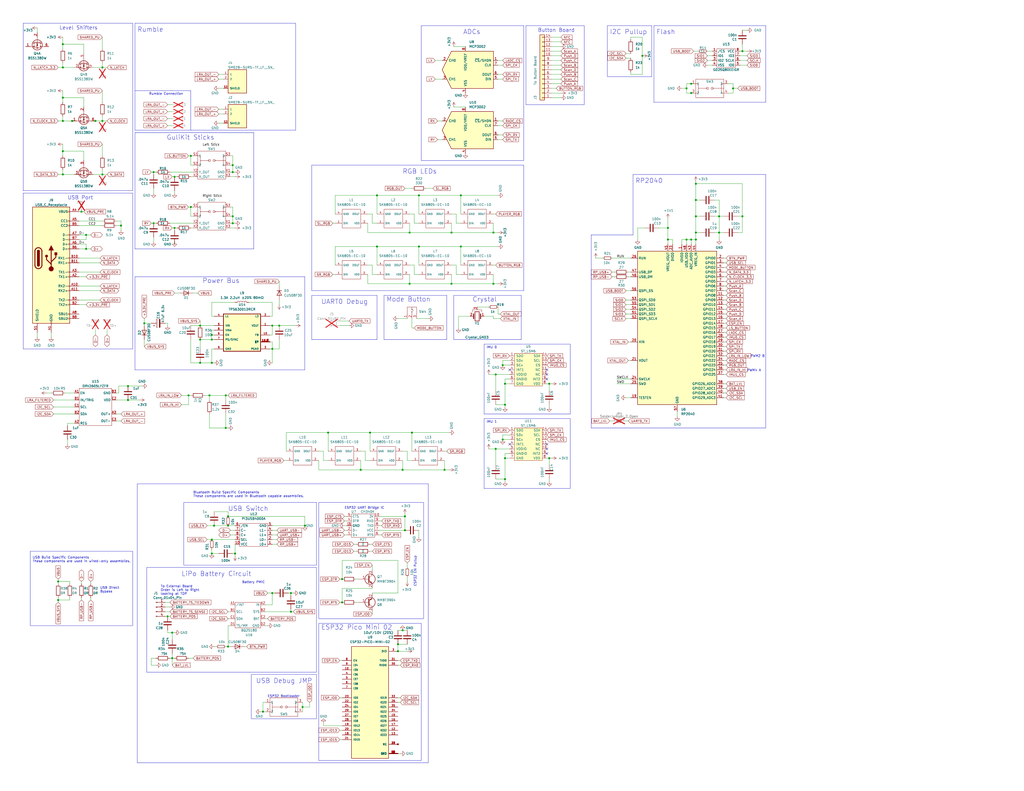
<source format=kicad_sch>
(kicad_sch (version 20231120) (generator "eeschema") (generator_version "8.0")
  (paper "C")
  (title_block (title "ProGCC 3.1 Main Board") (date "2019-12-18") (rev "0.1") (company "HHL"))
  (junction (at 115.57 198.12))
  (junction (at 124.46 287.02))
  (junction (at 364.49 124.46))
  (junction (at 39.37 66.04))
  (junction (at 46.99 128.27))
  (junction (at 400.05 48.26))
  (junction (at 115.57 294.64))
  (junction (at 392.43 118.11))
  (junction (at 251.46 134.62))
  (junction (at 270.51 245.11))
  (junction (at 31.75 327.66))
  (junction (at 377.19 45.72))
  (junction (at 205.74 134.62))
  (junction (at 158.75 323.85))
  (junction (at 93.98 345.44))
  (junction (at 95.25 124.46))
  (junction (at 379.73 118.11))
  (junction (at 127 121.92))
  (junction (at 379.73 100.33))
  (junction (at 223.52 154.94))
  (junction (at 217.17 355.6))
  (junction (at 115.57 182.88))
  (junction (at 143.51 388.62))
  (junction (at 34.29 95.25))
  (junction (at 364.49 130.81))
  (junction (at 374.65 130.81))
  (junction (at 379.73 109.22))
  (junction (at 115.57 302.26))
  (junction (at 242.57 256.54))
  (junction (at 392.43 127))
  (junction (at 379.73 130.81))
  (junction (at 46.99 135.89))
  (junction (at 275.59 209.55))
  (junction (at 219.71 256.54))
  (junction (at 104.14 113.03))
  (junction (at 127 93.98))
  (junction (at 34.29 66.04))
  (junction (at 109.22 198.12))
  (junction (at 166.37 287.02))
  (junction (at 196.85 256.54))
  (junction (at 377.19 50.8))
  (junction (at 275.59 220.98))
  (junction (at 34.29 24.13))
  (junction (at 127 118.11))
  (junction (at 201.93 236.22))
  (junction (at 186.69 328.93))
  (junction (at 246.38 154.94))
  (junction (at 114.3 215.9))
  (junction (at 223.52 127))
  (junction (at 251.46 106.68))
  (junction (at 374.65 48.26))
  (junction (at 179.07 236.22))
  (junction (at 78.74 176.53))
  (junction (at 228.6 134.62))
  (junction (at 83.82 93.98))
  (junction (at 69.85 218.44))
  (junction (at 124.46 353.06))
  (junction (at 31.75 317.5))
  (junction (at 69.85 210.82))
  (junction (at 109.22 177.8))
  (junction (at 109.22 185.42))
  (junction (at 148.59 323.85))
  (junction (at 275.59 250.19))
  (junction (at 128.27 302.26))
  (junction (at 93.98 359.41))
  (junction (at 83.82 121.92))
  (junction (at 377.19 130.81))
  (junction (at 350.52 30.48))
  (junction (at 34.29 36.83))
  (junction (at 104.14 85.09))
  (junction (at 379.73 127))
  (junction (at 224.79 236.22))
  (junction (at 186.69 316.23))
  (junction (at 127 90.17))
  (junction (at 246.38 127))
  (junction (at 275.59 261.62))
  (junction (at 116.84 287.02))
  (junction (at 115.57 185.42))
  (junction (at 405.13 118.11))
  (junction (at 91.44 336.55))
  (junction (at 148.59 177.8))
  (junction (at 158.75 334.01))
  (junction (at 270.51 204.47))
  (junction (at 52.07 66.04))
  (junction (at 152.4 177.8))
  (junction (at 95.25 96.52))
  (junction (at 274.32 199.39))
  (junction (at 123.19 215.9))
  (junction (at 220.98 281.94))
  (junction (at 55.88 36.83))
  (junction (at 148.59 190.5))
  (junction (at 205.74 106.68))
  (junction (at 124.46 281.94))
  (junction (at 269.24 154.94))
  (junction (at 299.72 209.55))
  (junction (at 55.88 95.25))
  (junction (at 299.72 250.19))
  (junction (at 219.71 344.17))
  (junction (at 55.88 66.04))
  (junction (at 165.1 386.08))
  (junction (at 269.24 127))
  (junction (at 44.45 115.57))
  (junction (at 123.19 233.68))
  (junction (at 34.29 82.55))
  (junction (at 217.17 351.79))
  (junction (at 66.04 123.19))
  (junction (at 228.6 106.68))
  (junction (at 405.13 27.94))
  (junction (at 220.98 289.56))
  (junction (at 102.87 215.9))
  (junction (at 274.32 240.03))
  (junction (at 34.29 53.34))
  (no_connect (at 298.45 242.57))
  (no_connect (at 298.45 204.47))
  (no_connect (at 298.45 245.11))
  (no_connect (at 298.45 207.01))
  (no_connect (at 278.13 242.57))
  (no_connect (at 298.45 201.93))
  (no_connect (at 298.45 247.65))
  (no_connect (at 278.13 201.93))
  (wire (pts (xy 116.84 180.34) (xy 115.57 180.34)))
  (wire (pts (xy 63.5 229.87) (xy 66.04 229.87)))
  (wire (pts (xy 142.24 388.62) (xy 143.51 388.62)))
  (wire (pts (xy 160.02 323.85) (xy 158.75 323.85)))
  (wire (pts (xy 91.44 345.44) (xy 93.98 345.44)))
  (wire (pts (xy 201.93 300.99) (xy 203.2 300.99)))
  (wire (pts (xy 127 118.11) (xy 127 121.92)))
  (wire (pts (xy 55.88 36.83) (xy 58.42 36.83)))
  (wire (pts (xy 152.4 185.42) (xy 152.4 190.5)))
  (wire (pts (xy 99.06 215.9) (xy 102.87 215.9)))
  (wire (pts (xy 217.17 351.79) (xy 217.17 355.6)))
  (wire (pts (xy 127 93.98) (xy 128.27 93.98)))
  (wire (pts (xy 85.09 93.98) (xy 83.82 93.98)))
  (wire (pts (xy 46.99 128.27) (xy 49.53 128.27)))
  (wire (pts (xy 270.51 204.47) (xy 278.13 204.47)))
  (wire (pts (xy 176.53 251.46) (xy 179.07 251.46)))
  (wire (pts (xy 82.55 176.53) (xy 78.74 176.53)))
  (wire (pts (xy 405.13 118.11) (xy 405.13 127)))
  (wire (pts (xy 394.97 184.15) (xy 396.24 184.15)))
  (wire (pts (xy 275.59 250.19) (xy 275.59 261.62)))
  (wire (pts (xy 69.85 218.44) (xy 76.2 218.44)))
  (wire (pts (xy 123.19 226.06) (xy 123.19 233.68)))
  (wire (pts (xy 124.46 279.4) (xy 124.46 281.94)))
  (polyline (pts (xy 322.58 128.27) (xy 322.58 233.68)))
  (wire (pts (xy 245.11 256.54) (xy 242.57 256.54)))
  (wire (pts (xy 219.71 246.38) (xy 222.25 246.38)))
  (wire (pts (xy 217.17 355.6) (xy 222.25 355.6)))
  (wire (pts (xy 44.45 317.5) (xy 44.45 318.77)))
  (wire (pts (xy 269.24 173.99) (xy 273.05 173.99)))
  (wire (pts (xy 394.97 168.91) (xy 396.24 168.91)))
  (wire (pts (xy 369.57 224.79) (xy 369.57 227.33)))
  (wire (pts (xy 104.14 118.11) (xy 105.41 118.11)))
  (wire (pts (xy 228.6 134.62) (xy 251.46 134.62)))
  (wire (pts (xy 27.94 181.61) (xy 27.94 184.15)))
  (wire (pts (xy 157.48 323.85) (xy 158.75 323.85)))
  (wire (pts (xy 45.72 87.63) (xy 45.72 82.55)))
  (wire (pts (xy 115.57 172.72) (xy 116.84 172.72)))
  (wire (pts (xy 168.91 386.08) (xy 168.91 383.54)))
  (wire (pts (xy 182.88 106.68) (xy 205.74 106.68)))
  (wire (pts (xy 34.29 82.55) (xy 34.29 85.09)))
  (wire (pts (xy 182.88 116.84) (xy 182.88 106.68)))
  (wire (pts (xy 250.19 172.72) (xy 256.54 172.72)))
  (wire (pts (xy 386.08 35.56) (xy 388.62 35.56)))
  (wire (pts (xy 148.59 172.72) (xy 147.32 172.72)))
  (wire (pts (xy 125.73 292.1) (xy 128.27 292.1)))
  (wire (pts (xy 394.97 212.09) (xy 396.24 212.09)))
  (wire (pts (xy 96.52 124.46) (xy 95.25 124.46)))
  (wire (pts (xy 83.82 132.08) (xy 83.82 129.54)))
  (wire (pts (xy 228.6 106.68) (xy 228.6 116.84)))
  (wire (pts (xy 232.41 102.87) (xy 236.22 102.87)))
  (polyline (pts (xy 229.87 13.97) (xy 285.75 13.97)))
  (wire (pts (xy 270.51 254) (xy 270.51 245.11)))
  (wire (pts (xy 335.28 148.59) (xy 334.01 148.59)))
  (polyline (pts (xy 311.15 228.6) (xy 311.15 266.7)))
  (wire (pts (xy 200.66 154.94) (xy 200.66 149.86)))
  (wire (pts (xy 124.46 334.01) (xy 125.73 334.01)))
  (wire (pts (xy 46.99 135.89) (xy 49.53 135.89)))
  (wire (pts (xy 341.63 173.99) (xy 344.17 173.99)))
  (wire (pts (xy 95.25 160.02) (xy 97.79 160.02)))
  (wire (pts (xy 55.88 20.32) (xy 55.88 26.67)))
  (wire (pts (xy 344.17 207.01) (xy 336.55 207.01)))
  (wire (pts (xy 217.17 363.22) (xy 218.44 363.22)))
  (wire (pts (xy 43.18 115.57) (xy 44.45 115.57)))
  (wire (pts (xy 63.5 123.19) (xy 66.04 123.19)))
  (wire (pts (xy 270.51 261.62) (xy 275.59 261.62)))
  (wire (pts (xy 394.97 176.53) (xy 396.24 176.53)))
  (wire (pts (xy 275.59 247.65) (xy 278.13 247.65)))
  (wire (pts (xy 31.75 327.66) (xy 31.75 328.93)))
  (wire (pts (xy 344.17 151.13) (xy 342.9 151.13)))
  (wire (pts (xy 104.14 124.46) (xy 105.41 124.46)))
  (wire (pts (xy 205.74 134.62) (xy 205.74 144.78)))
  (wire (pts (xy 99.06 220.98) (xy 102.87 220.98)))
  (wire (pts (xy 91.44 344.17) (xy 91.44 345.44)))
  (polyline (pts (xy 209.55 185.42) (xy 209.55 161.29)))
  (wire (pts (xy 341.63 229.87) (xy 342.9 229.87)))
  (wire (pts (xy 374.65 45.72) (xy 374.65 48.26)))
  (wire (pts (xy 50.8 66.04) (xy 52.07 66.04)))
  (wire (pts (xy 148.59 294.64) (xy 151.13 294.64)))
  (wire (pts (xy 226.06 121.92) (xy 228.6 121.92)))
  (wire (pts (xy 119.38 48.26) (xy 121.92 48.26)))
  (wire (pts (xy 124.46 353.06) (xy 123.19 353.06)))
  (polyline (pts (xy 72.39 105.41) (xy 72.39 190.5)))
  (polyline (pts (xy 284.48 185.42) (xy 247.65 185.42)))
  (polyline (pts (xy 229.87 13.97) (xy 229.87 87.63)))
  (polyline (pts (xy 170.18 161.29) (xy 170.18 185.42)))
  (wire (pts (xy 332.74 229.87) (xy 334.01 229.87)))
  (wire (pts (xy 306.07 30.48) (xy 300.99 30.48)))
  (wire (pts (xy 43.18 163.83) (xy 54.61 163.83)))
  (wire (pts (xy 379.73 127) (xy 379.73 130.81)))
  (wire (pts (xy 50.8 36.83) (xy 55.88 36.83)))
  (wire (pts (xy 173.99 256.54) (xy 173.99 251.46)))
  (wire (pts (xy 64.77 210.82) (xy 64.77 214.63)))
  (wire (pts (xy 173.99 246.38) (xy 176.53 246.38)))
  (wire (pts (xy 123.19 233.68) (xy 124.46 233.68)))
  (wire (pts (xy 341.63 158.75) (xy 344.17 158.75)))
  (wire (pts (xy 95.25 124.46) (xy 93.98 124.46)))
  (wire (pts (xy 394.97 151.13) (xy 396.24 151.13)))
  (wire (pts (xy 43.18 123.19) (xy 55.88 123.19)))
  (wire (pts (xy 246.38 154.94) (xy 223.52 154.94)))
  (wire (pts (xy 109.22 185.42) (xy 115.57 185.42)))
  (wire (pts (xy 34.29 20.32) (xy 34.29 24.13)))
  (wire (pts (xy 275.59 207.01) (xy 278.13 207.01)))
  (wire (pts (xy 40.64 231.14) (xy 36.83 231.14)))
  (wire (pts (xy 271.78 68.58) (xy 274.32 68.58)))
  (wire (pts (xy 203.2 334.01) (xy 203.2 335.28)))
  (wire (pts (xy 394.97 148.59) (xy 396.24 148.59)))
  (polyline (pts (xy 72.39 190.5) (xy 12.7 190.5)))
  (wire (pts (xy 264.16 172.72) (xy 269.24 172.72)))
  (wire (pts (xy 109.22 185.42) (xy 109.22 190.5)))
  (wire (pts (xy 394.97 209.55) (xy 396.24 209.55)))
  (wire (pts (xy 38.1 318.77) (xy 38.1 317.5)))
  (wire (pts (xy 38.1 317.5) (xy 31.75 317.5)))
  (wire (pts (xy 394.97 166.37) (xy 396.24 166.37)))
  (wire (pts (xy 133.35 353.06) (xy 134.62 353.06)))
  (wire (pts (xy 271.78 66.04) (xy 274.32 66.04)))
  (wire (pts (xy 186.69 321.31) (xy 203.2 321.31)))
  (wire (pts (xy 115.57 165.1) (xy 115.57 172.72)))
  (wire (pts (xy 156.21 246.38) (xy 156.21 236.22)))
  (wire (pts (xy 40.64 95.25) (xy 34.29 95.25)))
  (wire (pts (xy 217.17 351.79) (xy 222.25 351.79)))
  (wire (pts (xy 298.45 250.19) (xy 299.72 250.19)))
  (wire (pts (xy 104.14 85.09) (xy 105.41 85.09)))
  (wire (pts (xy 306.07 35.56) (xy 300.99 35.56)))
  (polyline (pts (xy 205.74 185.42) (xy 205.74 161.29)))
  (wire (pts (xy 92.71 93.98) (xy 105.41 93.98)))
  (wire (pts (xy 114.3 215.9) (xy 114.3 218.44)))
  (wire (pts (xy 135.89 165.1) (xy 148.59 165.1)))
  (wire (pts (xy 306.07 38.1) (xy 300.99 38.1)))
  (wire (pts (xy 306.07 40.64) (xy 300.99 40.64)))
  (wire (pts (xy 364.49 119.38) (xy 364.49 124.46)))
  (wire (pts (xy 394.97 171.45) (xy 396.24 171.45)))
  (polyline (pts (xy 170.18 185.42) (xy 205.74 185.42)))
  (wire (pts (xy 203.2 144.78) (xy 203.2 149.86)))
  (wire (pts (xy 43.18 156.21) (xy 54.61 156.21)))
  (wire (pts (xy 158.75 334.01) (xy 160.02 334.01)))
  (polyline (pts (xy 170.18 90.17) (xy 170.18 158.75)))
  (wire (pts (xy 115.57 190.5) (xy 116.84 190.5)))
  (wire (pts (xy 50.8 95.25) (xy 55.88 95.25)))
  (wire (pts (xy 113.03 287.02) (xy 116.84 287.02)))
  (polyline (pts (xy 247.65 161.29) (xy 284.48 161.29)))
  (wire (pts (xy 144.78 337.82) (xy 146.05 337.82)))
  (wire (pts (xy 389.89 118.11) (xy 392.43 118.11)))
  (wire (pts (xy 148.59 292.1) (xy 151.13 292.1)))
  (wire (pts (xy 219.71 256.54) (xy 196.85 256.54)))
  (wire (pts (xy 341.63 171.45) (xy 344.17 171.45)))
  (wire (pts (xy 46.99 130.81) (xy 46.99 128.27)))
  (wire (pts (xy 43.18 133.35) (xy 46.99 133.35)))
  (wire (pts (xy 144.78 330.2) (xy 148.59 330.2)))
  (wire (pts (xy 196.85 256.54) (xy 196.85 251.46)))
  (wire (pts (xy 217.17 383.54) (xy 218.44 383.54)))
  (wire (pts (xy 226.06 144.78) (xy 226.06 149.86)))
  (wire (pts (xy 55.88 95.25) (xy 58.42 95.25)))
  (wire (pts (xy 187.96 289.56) (xy 189.23 289.56)))
  (wire (pts (xy 66.04 123.19) (xy 66.04 125.73)))
  (polyline (pts (xy 73.66 151.13) (xy 166.37 151.13)))
  (polyline (pts (xy 318.77 13.97) (xy 318.77 57.15)))
  (wire (pts (xy 278.13 196.85) (xy 274.32 196.85)))
  (wire (pts (xy 303.53 48.26) (xy 300.99 48.26)))
  (wire (pts (xy 58.42 180.34) (xy 58.42 182.88)))
  (wire (pts (xy 90.17 331.47) (xy 92.71 331.47)))
  (wire (pts (xy 222.25 314.96) (xy 222.25 317.5)))
  (wire (pts (xy 394.97 186.69) (xy 396.24 186.69)))
  (wire (pts (xy 69.85 210.82) (xy 64.77 210.82)))
  (polyline (pts (xy 345.44 95.25) (xy 345.44 128.27)))
  (wire (pts (xy 104.14 90.17) (xy 105.41 90.17)))
  (wire (pts (xy 31.75 317.5) (xy 31.75 318.77)))
  (wire (pts (xy 278.13 237.49) (xy 274.32 237.49)))
  (wire (pts (xy 46.99 133.35) (xy 46.99 135.89)))
  (wire (pts (xy 29.21 218.44) (xy 40.64 218.44)))
  (wire (pts (xy 34.29 36.83) (xy 34.29 34.29)))
  (wire (pts (xy 124.46 287.02) (xy 128.27 287.02)))
  (wire (pts (xy 392.43 109.22) (xy 392.43 118.11)))
  (wire (pts (xy 49.53 317.5) (xy 49.53 318.77)))
  (wire (pts (xy 115.57 198.12) (xy 116.84 198.12)))
  (wire (pts (xy 115.57 190.5) (xy 115.57 198.12)))
  (polyline (pts (xy 73.66 12.7) (xy 161.29 12.7)))
  (wire (pts (xy 403.86 27.94) (xy 405.13 27.94)))
  (wire (pts (xy 269.24 116.84) (xy 270.51 116.84)))
  (wire (pts (xy 111.76 215.9) (xy 114.3 215.9)))
  (wire (pts (xy 113.03 294.64) (xy 115.57 294.64)))
  (wire (pts (xy 306.07 43.18) (xy 300.99 43.18)))
  (wire (pts (xy 185.42 175.26) (xy 190.5 175.26)))
  (wire (pts (xy 403.86 33.02) (xy 407.67 33.02)))
  (wire (pts (xy 63.5 218.44) (xy 69.85 218.44)))
  (wire (pts (xy 271.78 171.45) (xy 273.05 171.45)))
  (wire (pts (xy 205.74 106.68) (xy 205.74 116.84)))
  (wire (pts (xy 44.45 115.57) (xy 45.72 115.57)))
  (polyline (pts (xy 166.37 201.93) (xy 73.66 201.93)))
  (wire (pts (xy 394.97 189.23) (xy 396.24 189.23)))
  (wire (pts (xy 36.83 240.03) (xy 36.83 242.57)))
  (wire (pts (xy 205.74 106.68) (xy 228.6 106.68)))
  (wire (pts (xy 260.35 167.64) (xy 266.7 167.64)))
  (wire (pts (xy 251.46 134.62) (xy 271.78 134.62)))
  (polyline (pts (xy 318.77 57.15) (xy 287.02 57.15)))
  (wire (pts (xy 351.79 124.46) (xy 347.98 124.46)))
  (wire (pts (xy 31.75 66.04) (xy 34.29 66.04)))
  (wire (pts (xy 217.17 381) (xy 218.44 381)))
  (wire (pts (xy 275.59 209.55) (xy 278.13 209.55)))
  (wire (pts (xy 270.51 245.11) (xy 278.13 245.11)))
  (wire (pts (xy 152.4 177.8) (xy 161.29 177.8)))
  (wire (pts (xy 144.78 334.01) (xy 158.75 334.01)))
  (wire (pts (xy 64.77 214.63) (xy 63.5 214.63)))
  (wire (pts (xy 306.07 33.02) (xy 300.99 33.02)))
  (polyline (pts (xy 287.02 13.97) (xy 287.02 57.15)))
  (wire (pts (xy 224.79 236.22) (xy 245.11 236.22)))
  (wire (pts (xy 125.73 341.63) (xy 124.46 341.63)))
  (wire (pts (xy 40.64 66.04) (xy 39.37 66.04)))
  (wire (pts (xy 379.73 127) (xy 382.27 127)))
  (wire (pts (xy 34.29 24.13) (xy 34.29 26.67)))
  (wire (pts (xy 392.43 127) (xy 392.43 130.81)))
  (wire (pts (xy 152.4 163.83) (xy 152.4 166.37)))
  (wire (pts (xy 341.63 217.17) (xy 344.17 217.17)))
  (wire (pts (xy 405.13 100.33) (xy 405.13 118.11)))
  (wire (pts (xy 274.32 237.49) (xy 274.32 240.03)))
  (wire (pts (xy 199.39 246.38) (xy 199.39 251.46)))
  (wire (pts (xy 274.32 240.03) (xy 278.13 240.03)))
  (wire (pts (xy 222.25 251.46) (xy 224.79 251.46)))
  (wire (pts (xy 386.08 30.48) (xy 388.62 30.48)))
  (wire (pts (xy 201.93 236.22) (xy 224.79 236.22)))
  (wire (pts (xy 226.06 149.86) (xy 228.6 149.86)))
  (wire (pts (xy 25.4 214.63) (xy 27.94 214.63)))
  (wire (pts (xy 394.97 158.75) (xy 396.24 158.75)))
  (wire (pts (xy 148.59 186.69) (xy 147.32 186.69)))
  (wire (pts (xy 181.61 149.86) (xy 182.88 149.86)))
  (wire (pts (xy 389.89 109.22) (xy 392.43 109.22)))
  (wire (pts (xy 143.51 383.54) (xy 143.51 388.62)))
  (wire (pts (xy 347.98 124.46) (xy 347.98 130.81)))
  (polyline (pts (xy 73.66 173.99) (xy 73.66 151.13)))
  (wire (pts (xy 247.65 58.42) (xy 254 58.42)))
  (wire (pts (xy 394.97 196.85) (xy 396.24 196.85)))
  (wire (pts (xy 148.59 323.85) (xy 149.86 323.85)))
  (wire (pts (xy 207.01 292.1) (xy 208.28 292.1)))
  (wire (pts (xy 377.19 50.8) (xy 374.65 50.8)))
  (wire (pts (xy 55.88 95.25) (xy 55.88 92.71)))
  (wire (pts (xy 217.17 360.68) (xy 218.44 360.68)))
  (wire (pts (xy 400.05 45.72) (xy 400.05 48.26)))
  (wire (pts (xy 246.38 154.94) (xy 246.38 149.86)))
  (wire (pts (xy 344.17 39.37) (xy 344.17 40.64)))
  (wire (pts (xy 85.09 363.22) (xy 82.55 363.22)))
  (wire (pts (xy 237.49 43.18) (xy 241.3 43.18)))
  (polyline (pts (xy 417.83 55.88) (xy 356.87 55.88)))
  (wire (pts (xy 119.38 59.69) (xy 121.92 59.69)))
  (wire (pts (xy 269.24 144.78) (xy 270.51 144.78)))
  (wire (pts (xy 185.42 316.23) (xy 186.69 316.23)))
  (wire (pts (xy 242.57 246.38) (xy 243.84 246.38)))
  (wire (pts (xy 43.18 130.81) (xy 46.99 130.81)))
  (wire (pts (xy 207.01 281.94) (xy 220.98 281.94)))
  (wire (pts (xy 246.38 116.84) (xy 248.92 116.84)))
  (wire (pts (xy 405.13 100.33) (xy 379.73 100.33)))
  (wire (pts (xy 78.74 185.42) (xy 78.74 189.23)))
  (polyline (pts (xy 285.75 90.17) (xy 285.75 158.75)))
  (wire (pts (xy 275.59 250.19) (xy 278.13 250.19)))
  (wire (pts (xy 181.61 121.92) (xy 182.88 121.92)))
  (polyline (pts (xy 247.65 161.29) (xy 247.65 185.42)))
  (wire (pts (xy 238.76 66.04) (xy 241.3 66.04)))
  (wire (pts (xy 394.97 140.97) (xy 396.24 140.97)))
  (wire (pts (xy 185.42 398.78) (xy 186.69 398.78)))
  (wire (pts (xy 104.14 198.12) (xy 109.22 198.12)))
  (wire (pts (xy 379.73 109.22) (xy 379.73 118.11)))
  (wire (pts (xy 207.01 284.48) (xy 208.28 284.48)))
  (wire (pts (xy 374.65 130.81) (xy 377.19 130.81)))
  (wire (pts (xy 341.63 29.21) (xy 344.17 29.21)))
  (polyline (pts (xy 243.84 161.29) (xy 209.55 161.29)))
  (wire (pts (xy 128.27 165.1) (xy 115.57 165.1)))
  (wire (pts (xy 306.07 22.86) (xy 300.99 22.86)))
  (wire (pts (xy 201.93 297.18) (xy 203.2 297.18)))
  (wire (pts (xy 217.17 344.17) (xy 219.71 344.17)))
  (wire (pts (xy 374.65 130.81) (xy 374.65 133.35)))
  (polyline (pts (xy 73.66 135.89) (xy 73.66 72.39)))
  (wire (pts (xy 271.78 35.56) (xy 274.32 35.56)))
  (polyline (pts (xy 417.83 13.97) (xy 417.83 55.88)))
  (wire (pts (xy 379.73 118.11) (xy 379.73 127)))
  (wire (pts (xy 165.1 383.54) (xy 165.1 386.08)))
  (wire (pts (xy 392.43 118.11) (xy 392.43 127)))
  (wire (pts (xy 123.19 215.9) (xy 124.46 215.9)))
  (wire (pts (xy 378.46 50.8) (xy 377.19 50.8)))
  (wire (pts (xy 394.97 179.07) (xy 396.24 179.07)))
  (wire (pts (xy 299.72 261.62) (xy 299.72 262.89)))
  (wire (pts (xy 36.83 231.14) (xy 36.83 232.41)))
  (wire (pts (xy 274.32 199.39) (xy 278.13 199.39)))
  (wire (pts (xy 96.52 96.52) (xy 95.25 96.52)))
  (wire (pts (xy 104.14 96.52) (xy 105.41 96.52)))
  (wire (pts (xy 31.75 316.23) (xy 31.75 317.5)))
  (wire (pts (xy 125.73 289.56) (xy 128.27 289.56)))
  (wire (pts (xy 217.17 411.48) (xy 218.44 411.48)))
  (wire (pts (xy 187.96 284.48) (xy 189.23 284.48)))
  (wire (pts (xy 55.88 78.74) (xy 55.88 85.09)))
  (wire (pts (xy 102.87 220.98) (xy 102.87 215.9)))
  (wire (pts (xy 95.25 96.52) (xy 93.98 96.52)))
  (wire (pts (xy 55.88 36.83) (xy 55.88 34.29)))
  (wire (pts (xy 271.78 40.64) (xy 274.32 40.64)))
  (wire (pts (xy 379.73 99.06) (xy 379.73 100.33)))
  (wire (pts (xy 394.97 181.61) (xy 396.24 181.61)))
  (wire (pts (xy 143.51 388.62) (xy 144.78 388.62)))
  (polyline (pts (xy 73.66 49.53) (xy 104.14 49.53)))
  (wire (pts (xy 237.49 33.02) (xy 241.3 33.02)))
  (wire (pts (xy 394.97 214.63) (xy 396.24 214.63)))
  (wire (pts (xy 344.17 209.55) (xy 336.55 209.55)))
  (polyline (pts (xy 264.16 187.96) (xy 264.16 226.06)))
  (wire (pts (xy 248.92 149.86) (xy 251.46 149.86)))
  (wire (pts (xy 342.9 186.69) (xy 344.17 186.69)))
  (wire (pts (xy 378.46 45.72) (xy 377.19 45.72)))
  (wire (pts (xy 203.2 121.92) (xy 205.74 121.92)))
  (wire (pts (xy 405.13 27.94) (xy 407.67 27.94)))
  (wire (pts (xy 127 113.03) (xy 127 118.11)))
  (wire (pts (xy 90.17 336.55) (xy 91.44 336.55)))
  (wire (pts (xy 364.49 130.81) (xy 364.49 133.35)))
  (wire (pts (xy 223.52 127) (xy 200.66 127)))
  (wire (pts (xy 223.52 154.94) (xy 200.66 154.94)))
  (wire (pts (xy 193.04 300.99) (xy 194.31 300.99)))
  (wire (pts (xy 201.93 236.22) (xy 201.93 246.38)))
  (wire (pts (xy 38.1 326.39) (xy 38.1 327.66)))
  (wire (pts (xy 91.44 177.8) (xy 91.44 176.53)))
  (wire (pts (xy 83.82 102.87) (xy 83.82 105.41)))
  (polyline (pts (xy 73.66 72.39) (xy 138.43 72.39)))
  (polyline (pts (xy 264.16 228.6) (xy 264.16 266.7)))
  (wire (pts (xy 148.59 165.1) (xy 148.59 172.72)))
  (wire (pts (xy 203.2 116.84) (xy 203.2 121.92)))
  (wire (pts (xy 269.24 172.72) (xy 269.24 173.99)))
  (wire (pts (xy 38.1 327.66) (xy 31.75 327.66)))
  (wire (pts (xy 344.17 148.59) (xy 342.9 148.59)))
  (wire (pts (xy 152.4 153.67) (xy 152.4 156.21)))
  (wire (pts (xy 93.98 349.25) (xy 93.98 345.44)))
  (wire (pts (xy 405.13 127) (xy 402.59 127)))
  (wire (pts (xy 35.56 214.63) (xy 40.64 214.63)))
  (wire (pts (xy 43.18 151.13) (xy 46.99 151.13)))
  (wire (pts (xy 55.88 49.53) (xy 55.88 55.88)))
  (wire (pts (xy 350.52 40.64) (xy 350.52 30.48)))
  (wire (pts (xy 350.52 20.32) (xy 350.52 30.48)))
  (wire (pts (xy 93.98 356.87) (xy 93.98 359.41)))
  (wire (pts (xy 228.6 293.37) (xy 228.6 289.56)))
  (polyline (pts (xy 73.66 173.99) (xy 73.66 201.93)))
  (wire (pts (xy 109.22 175.26) (xy 109.22 177.8)))
  (wire (pts (xy 300.99 50.8) (xy 306.07 50.8)))
  (wire (pts (xy 91.44 68.58) (xy 93.98 68.58)))
  (wire (pts (xy 182.88 134.62) (xy 205.74 134.62)))
  (wire (pts (xy 394.97 217.17) (xy 396.24 217.17)))
  (wire (pts (xy 148.59 186.69) (xy 148.59 190.5)))
  (wire (pts (xy 125.73 121.92) (xy 127 121.92)))
  (wire (pts (xy 85.09 121.92) (xy 83.82 121.92)))
  (wire (pts (xy 247.65 25.4) (xy 254 25.4)))
  (wire (pts (xy 43.18 128.27) (xy 46.99 128.27)))
  (wire (pts (xy 300.99 53.34) (xy 306.07 53.34)))
  (wire (pts (xy 196.85 246.38) (xy 199.39 246.38)))
  (wire (pts (xy 43.18 158.75) (xy 54.61 158.75)))
  (wire (pts (xy 220.98 289.56) (xy 220.98 281.94)))
  (wire (pts (xy 402.59 118.11) (xy 405.13 118.11)))
  (wire (pts (xy 148.59 323.85) (xy 148.59 330.2)))
  (wire (pts (xy 43.18 166.37) (xy 46.99 166.37)))
  (wire (pts (xy 152.4 190.5) (xy 148.59 190.5)))
  (wire (pts (xy 275.59 207.01) (xy 275.59 209.55)))
  (wire (pts (xy 226.06 179.07) (xy 224.79 179.07)))
  (wire (pts (xy 185.42 177.8) (xy 190.5 177.8)))
  (wire (pts (xy 227.33 173.99) (xy 233.68 173.99)))
  (wire (pts (xy 185.42 403.86) (xy 186.69 403.86)))
  (wire (pts (xy 226.06 116.84) (xy 226.06 121.92)))
  (wire (pts (xy 116.84 287.02) (xy 124.46 287.02)))
  (wire (pts (xy 194.31 328.93) (xy 195.58 328.93)))
  (wire (pts (xy 372.11 130.81) (xy 374.65 130.81)))
  (wire (pts (xy 82.55 363.22) (xy 82.55 359.41)))
  (wire (pts (xy 144.78 341.63) (xy 146.05 341.63)))
  (wire (pts (xy 200.66 144.78) (xy 203.2 144.78)))
  (wire (pts (xy 341.63 168.91) (xy 344.17 168.91)))
  (wire (pts (xy 116.84 353.06) (xy 118.11 353.06)))
  (wire (pts (xy 217.17 323.85) (xy 217.17 306.07)))
  (wire (pts (xy 158.75 332.74) (xy 158.75 334.01)))
  (wire (pts (xy 176.53 396.24) (xy 176.53 394.97)))
  (wire (pts (xy 93.98 363.22) (xy 93.98 359.41)))
  (wire (pts (xy 66.04 120.65) (xy 66.04 123.19)))
  (wire (pts (xy 125.73 113.03) (xy 127 113.03)))
  (wire (pts (xy 377.19 45.72) (xy 374.65 45.72)))
  (wire (pts (xy 238.76 76.2) (xy 241.3 76.2)))
  (wire (pts (xy 166.37 281.94) (xy 166.37 287.02)))
  (wire (pts (xy 372.11 48.26) (xy 374.65 48.26)))
  (wire (pts (xy 104.14 85.09) (xy 104.14 90.17)))
  (wire (pts (xy 223.52 116.84) (xy 226.06 116.84)))
  (wire (pts (xy 220.98 102.87) (xy 224.79 102.87)))
  (wire (pts (xy 223.52 144.78) (xy 226.06 144.78)))
  (wire (pts (xy 127 302.26) (xy 128.27 302.26)))
  (wire (pts (xy 344.17 40.64) (xy 350.52 40.64)))
  (wire (pts (xy 246.38 127) (xy 246.38 121.92)))
  (wire (pts (xy 246.38 127) (xy 223.52 127)))
  (wire (pts (xy 115.57 185.42) (xy 116.84 185.42)))
  (wire (pts (xy 394.97 163.83) (xy 396.24 163.83)))
  (polyline (pts (xy 209.55 185.42) (xy 243.84 185.42)))
  (polyline (pts (xy 356.87 13.97) (xy 356.87 55.88)))
  (wire (pts (xy 102.87 113.03) (xy 104.14 113.03)))
  (wire (pts (xy 45.72 53.34) (xy 34.29 53.34)))
  (polyline (pts (xy 322.58 128.27) (xy 345.44 128.27)))
  (wire (pts (xy 127 121.92) (xy 128.27 121.92)))
  (wire (pts (xy 378.46 27.94) (xy 381 27.94)))
  (polyline (pts (xy 73.66 135.89) (xy 138.43 135.89)))
  (polyline (pts (xy 12.7 105.41) (xy 72.39 105.41)))
  (wire (pts (xy 148.59 177.8) (xy 152.4 177.8)))
  (wire (pts (xy 400.05 50.8) (xy 400.05 48.26)))
  (wire (pts (xy 306.07 45.72) (xy 300.99 45.72)))
  (wire (pts (xy 147.32 177.8) (xy 148.59 177.8)))
  (wire (pts (xy 119.38 43.18) (xy 121.92 43.18)))
  (wire (pts (xy 394.97 153.67) (xy 396.24 153.67)))
  (polyline (pts (xy 285.75 158.75) (xy 170.18 158.75)))
  (wire (pts (xy 187.96 292.1) (xy 189.23 292.1)))
  (wire (pts (xy 200.66 127) (xy 200.66 121.92)))
  (wire (pts (xy 45.72 29.21) (xy 45.72 24.13)))
  (wire (pts (xy 222.25 307.34) (xy 222.25 309.88)))
  (wire (pts (xy 299.72 250.19) (xy 300.99 250.19)))
  (wire (pts (xy 242.57 256.54) (xy 219.71 256.54)))
  (wire (pts (xy 379.73 130.81) (xy 379.73 133.35)))
  (wire (pts (xy 125.73 96.52) (xy 128.27 96.52)))
  (wire (pts (xy 63.5 120.65) (xy 66.04 120.65)))
  (wire (pts (xy 248.92 116.84) (xy 248.92 121.92)))
  (wire (pts (xy 115.57 294.64) (xy 128.27 294.64)))
  (wire (pts (xy 187.96 281.94) (xy 189.23 281.94)))
  (wire (pts (xy 207.01 289.56) (xy 220.98 289.56)))
  (wire (pts (xy 394.97 194.31) (xy 396.24 194.31)))
  (wire (pts (xy 158.75 323.85) (xy 158.75 325.12)))
  (wire (pts (xy 299.72 209.55) (xy 300.99 209.55)))
  (polyline (pts (xy 356.87 13.97) (xy 417.83 13.97)))
  (wire (pts (xy 246.38 144.78) (xy 248.92 144.78)))
  (wire (pts (xy 95.25 105.41) (xy 95.25 104.14)))
  (wire (pts (xy 377.19 130.81) (xy 379.73 130.81)))
  (wire (pts (xy 83.82 93.98) (xy 82.55 93.98)))
  (polyline (pts (xy 243.84 185.42) (xy 243.84 161.29)))
  (wire (pts (xy 104.14 177.8) (xy 109.22 177.8)))
  (wire (pts (xy 220.98 280.67) (xy 220.98 281.94)))
  (wire (pts (xy 104.14 113.03) (xy 104.14 118.11)))
  (wire (pts (xy 405.13 16.51) (xy 407.67 16.51)))
  (polyline (pts (xy 264.16 187.96) (xy 311.15 187.96)))
  (wire (pts (xy 40.64 36.83) (xy 34.29 36.83)))
  (wire (pts (xy 306.07 27.94) (xy 300.99 27.94)))
  (wire (pts (xy 341.63 163.83) (xy 344.17 163.83)))
  (wire (pts (xy 266.7 204.47) (xy 270.51 204.47)))
  (wire (pts (xy 224.79 173.99) (xy 224.79 179.07)))
  (wire (pts (xy 271.78 154.94) (xy 269.24 154.94)))
  (wire (pts (xy 114.3 233.68) (xy 123.19 233.68)))
  (wire (pts (xy 223.52 154.94) (xy 223.52 149.86)))
  (wire (pts (xy 266.7 245.11) (xy 270.51 245.11)))
  (wire (pts (xy 83.82 95.25) (xy 83.82 93.98)))
  (wire (pts (xy 119.38 67.31) (xy 121.92 67.31)))
  (wire (pts (xy 382.27 109.22) (xy 379.73 109.22)))
  (wire (pts (xy 392.43 127) (xy 389.89 127)))
  (wire (pts (xy 203.2 323.85) (xy 217.17 323.85)))
  (wire (pts (xy 394.97 204.47) (xy 396.24 204.47)))
  (wire (pts (xy 127 118.11) (xy 125.73 118.11)))
  (wire (pts (xy 207.01 287.02) (xy 208.28 287.02)))
  (wire (pts (xy 269.24 154.94) (xy 246.38 154.94)))
  (wire (pts (xy 394.97 146.05) (xy 396.24 146.05)))
  (wire (pts (xy 119.38 62.23) (xy 121.92 62.23)))
  (wire (pts (xy 275.59 209.55) (xy 275.59 220.98)))
  (wire (pts (xy 394.97 201.93) (xy 396.24 201.93)))
  (wire (pts (xy 154.94 251.46) (xy 156.21 251.46)))
  (wire (pts (xy 403.86 35.56) (xy 407.67 35.56)))
  (wire (pts (xy 298.45 209.55) (xy 299.72 209.55)))
  (wire (pts (xy 93.98 345.44) (xy 95.25 345.44)))
  (wire (pts (xy 374.65 50.8) (xy 374.65 48.26)))
  (wire (pts (xy 148.59 289.56) (xy 151.13 289.56)))
  (wire (pts (xy 400.05 48.26) (xy 402.59 48.26)))
  (wire (pts (xy 228.6 106.68) (xy 251.46 106.68)))
  (polyline (pts (xy 166.37 151.13) (xy 166.37 201.93)))
  (wire (pts (xy 148.59 297.18) (xy 151.13 297.18)))
  (wire (pts (xy 386.08 27.94) (xy 388.62 27.94)))
  (wire (pts (xy 49.53 326.39) (xy 49.53 327.66)))
  (wire (pts (xy 165.1 386.08) (xy 165.1 388.62)))
  (wire (pts (xy 20.32 15.24) (xy 20.32 17.78)))
  (wire (pts (xy 123.19 218.44) (xy 123.19 215.9)))
  (wire (pts (xy 271.78 73.66) (xy 274.32 73.66)))
  (wire (pts (xy 148.59 190.5) (xy 147.32 190.5)))
  (polyline (pts (xy 417.83 95.25) (xy 345.44 95.25)))
  (wire (pts (xy 270.51 220.98) (xy 275.59 220.98)))
  (wire (pts (xy 185.42 381) (xy 186.69 381)))
  (wire (pts (xy 146.05 323.85) (xy 148.59 323.85)))
  (wire (pts (xy 109.22 177.8) (xy 116.84 177.8)))
  (wire (pts (xy 34.29 66.04) (xy 34.29 63.5)))
  (wire (pts (xy 403.86 30.48) (xy 407.67 30.48)))
  (wire (pts (xy 115.57 302.26) (xy 119.38 302.26)))
  (polyline (pts (xy 287.02 13.97) (xy 318.77 13.97)))
  (wire (pts (xy 91.44 57.15) (xy 93.98 57.15)))
  (wire (pts (xy 91.44 176.53) (xy 90.17 176.53)))
  (wire (pts (xy 102.87 85.09) (xy 104.14 85.09)))
  (wire (pts (xy 248.92 121.92) (xy 251.46 121.92)))
  (wire (pts (xy 364.49 124.46) (xy 364.49 130.81)))
  (wire (pts (xy 394.97 199.39) (xy 396.24 199.39)))
  (wire (pts (xy 93.98 359.41) (xy 92.71 359.41)))
  (wire (pts (xy 306.07 20.32) (xy 300.99 20.32)))
  (wire (pts (xy 364.49 130.81) (xy 367.03 130.81)))
  (wire (pts (xy 269.24 154.94) (xy 269.24 149.86)))
  (wire (pts (xy 102.87 359.41) (xy 105.41 359.41)))
  (wire (pts (xy 299.72 209.55) (xy 299.72 213.36)))
  (wire (pts (xy 52.07 66.04) (xy 55.88 66.04)))
  (polyline (pts (xy 205.74 161.29) (xy 170.18 161.29)))
  (wire (pts (xy 186.69 396.24) (xy 176.53 396.24)))
  (wire (pts (xy 114.3 215.9) (xy 123.19 215.9)))
  (wire (pts (xy 148.59 287.02) (xy 166.37 287.02)))
  (wire (pts (xy 20.32 181.61) (xy 20.32 184.15)))
  (wire (pts (xy 43.18 120.65) (xy 55.88 120.65)))
  (polyline (pts (xy 285.75 87.63) (xy 229.87 87.63)))
  (wire (pts (xy 200.66 116.84) (xy 203.2 116.84)))
  (wire (pts (xy 165.1 386.08) (xy 168.91 386.08)))
  (wire (pts (xy 102.87 215.9) (xy 104.14 215.9)))
  (wire (pts (xy 335.28 151.13) (xy 334.01 151.13)))
  (wire (pts (xy 325.12 140.97) (xy 328.93 140.97)))
  (wire (pts (xy 104.14 113.03) (xy 105.41 113.03)))
  (wire (pts (xy 34.29 78.74) (xy 34.29 82.55)))
  (wire (pts (xy 43.18 143.51) (xy 54.61 143.51)))
  (wire (pts (xy 223.52 127) (xy 223.52 121.92)))
  (polyline (pts (xy 264.16 228.6) (xy 311.15 228.6)))
  (wire (pts (xy 127 90.17) (xy 127 85.09)))
  (wire (pts (xy 78.74 173.99) (xy 78.74 176.53)))
  (wire (pts (xy 43.18 148.59) (xy 54.61 148.59)))
  (wire (pts (xy 29.21 226.06) (xy 40.64 226.06)))
  (wire (pts (xy 217.17 306.07) (xy 186.69 306.07)))
  (wire (pts (xy 193.04 297.18) (xy 194.31 297.18)))
  (wire (pts (xy 271.78 76.2) (xy 274.32 76.2)))
  (polyline (pts (xy 73.66 38.1) (xy 73.66 12.7)))
  (wire (pts (xy 55.88 66.04) (xy 58.42 66.04)))
  (wire (pts (xy 52.07 180.34) (xy 52.07 182.88)))
  (polyline (pts (xy 322.58 233.68) (xy 417.83 233.68)))
  (wire (pts (xy 187.96 287.02) (xy 189.23 287.02)))
  (wire (pts (xy 91.44 60.96) (xy 93.98 60.96)))
  (wire (pts (xy 63.5 226.06) (xy 66.04 226.06)))
  (wire (pts (xy 372.11 133.35) (xy 372.11 130.81)))
  (wire (pts (xy 115.57 182.88) (xy 115.57 185.42)))
  (wire (pts (xy 251.46 134.62) (xy 251.46 144.78)))
  (wire (pts (xy 219.71 256.54) (xy 219.71 251.46)))
  (wire (pts (xy 45.72 58.42) (xy 45.72 53.34)))
  (wire (pts (xy 392.43 118.11) (xy 394.97 118.11)))
  (wire (pts (xy 179.07 236.22) (xy 179.07 246.38)))
  (wire (pts (xy 222.25 246.38) (xy 222.25 251.46)))
  (wire (pts (xy 242.57 256.54) (xy 242.57 251.46)))
  (wire (pts (xy 269.24 127) (xy 246.38 127)))
  (wire (pts (xy 386.08 33.02) (xy 388.62 33.02)))
  (wire (pts (xy 105.41 160.02) (xy 107.95 160.02)))
  (wire (pts (xy 271.78 33.02) (xy 274.32 33.02)))
  (wire (pts (xy 78.74 176.53) (xy 78.74 177.8)))
  (wire (pts (xy 124.46 337.82) (xy 125.73 337.82)))
  (wire (pts (xy 271.78 43.18) (xy 274.32 43.18)))
  (wire (pts (xy 176.53 246.38) (xy 176.53 251.46)))
  (wire (pts (xy 95.25 125.73) (xy 95.25 124.46)))
  (wire (pts (xy 306.07 25.4) (xy 300.99 25.4)))
  (wire (pts (xy 275.59 222.25) (xy 275.59 220.98)))
  (wire (pts (xy 148.59 190.5) (xy 148.59 198.12)))
  (wire (pts (xy 397.51 50.8) (xy 400.05 50.8)))
  (wire (pts (xy 125.73 85.09) (xy 127 85.09)))
  (wire (pts (xy 394.97 161.29) (xy 396.24 161.29)))
  (wire (pts (xy 114.3 226.06) (xy 114.3 233.68)))
  (polyline (pts (xy 311.15 226.06) (xy 264.16 226.06)))
  (wire (pts (xy 156.21 236.22) (xy 179.07 236.22)))
  (polyline (pts (xy 72.39 12.7) (xy 72.39 104.14)))
  (wire (pts (xy 224.79 236.22) (xy 224.79 246.38)))
  (wire (pts (xy 392.43 127) (xy 394.97 127)))
  (wire (pts (xy 271.78 127) (xy 269.24 127)))
  (wire (pts (xy 69.85 210.82) (xy 77.47 210.82)))
  (polyline (pts (xy 311.15 266.7) (xy 264.16 266.7)))
  (wire (pts (xy 196.85 256.54) (xy 173.99 256.54)))
  (wire (pts (xy 119.38 40.64) (xy 121.92 40.64)))
  (wire (pts (xy 377.19 130.81) (xy 377.19 133.35)))
  (wire (pts (xy 45.72 24.13) (xy 34.29 24.13)))
  (polyline (pts (xy 12.7 105.41) (xy 12.7 190.5)))
  (wire (pts (xy 147.32 182.88) (xy 148.59 182.88)))
  (polyline (pts (xy 72.39 104.14) (xy 12.7 104.14)))
  (wire (pts (xy 219.71 344.17) (xy 222.25 344.17)))
  (wire (pts (xy 271.78 167.64) (xy 271.78 171.45)))
  (wire (pts (xy 217.17 173.99) (xy 222.25 173.99)))
  (wire (pts (xy 31.75 95.25) (xy 34.29 95.25)))
  (wire (pts (xy 92.71 121.92) (xy 105.41 121.92)))
  (polyline (pts (xy 12.7 12.7) (xy 72.39 12.7)))
  (wire (pts (xy 44.45 326.39) (xy 44.45 327.66)))
  (wire (pts (xy 124.46 341.63) (xy 124.46 353.06)))
  (wire (pts (xy 248.92 144.78) (xy 248.92 149.86)))
  (wire (pts (xy 148.59 182.88) (xy 148.59 177.8)))
  (wire (pts (xy 185.42 360.68) (xy 186.69 360.68)))
  (wire (pts (xy 405.13 24.13) (xy 405.13 27.94)))
  (wire (pts (xy 250.19 172.72) (xy 250.19 179.07)))
  (wire (pts (xy 43.18 140.97) (xy 54.61 140.97)))
  (wire (pts (xy 39.37 66.04) (xy 34.29 66.04)))
  (wire (pts (xy 203.2 149.86) (xy 205.74 149.86)))
  (polyline (pts (xy 161.29 71.12) (xy 73.66 71.12)))
  (wire (pts (xy 144.78 383.54) (xy 143.51 383.54)))
  (wire (pts (xy 251.46 106.68) (xy 251.46 116.84)))
  (wire (pts (xy 90.17 328.93) (xy 92.71 328.93)))
  (polyline (pts (xy 138.43 72.39) (xy 138.43 135.89)))
  (wire (pts (xy 182.88 144.78) (xy 182.88 134.62)))
  (wire (pts (xy 341.63 31.75) (xy 344.17 31.75)))
  (wire (pts (xy 203.2 308.61) (xy 203.2 311.15)))
  (polyline (pts (xy 285.75 13.97) (xy 285.75 87.63)))
  (wire (pts (xy 116.84 279.4) (xy 124.46 279.4)))
  (wire (pts (xy 341.63 166.37) (xy 344.17 166.37)))
  (wire (pts (xy 127 90.17) (xy 127 93.98)))
  (wire (pts (xy 124.46 353.06) (xy 125.73 353.06)))
  (wire (pts (xy 367.03 130.81) (xy 367.03 133.35)))
  (wire (pts (xy 194.31 316.23) (xy 195.58 316.23)))
  (wire (pts (xy 185.42 328.93) (xy 186.69 328.93)))
  (wire (pts (xy 34.29 49.53) (xy 34.29 53.34)))
  (polyline (pts (xy 73.66 38.1) (xy 73.66 71.12)))
  (wire (pts (xy 394.97 143.51) (xy 396.24 143.51)))
  (wire (pts (xy 359.41 124.46) (xy 364.49 124.46)))
  (wire (pts (xy 334.01 140.97) (xy 344.17 140.97)))
  (wire (pts (xy 394.97 191.77) (xy 396.24 191.77)))
  (wire (pts (xy 397.51 45.72) (xy 400.05 45.72)))
  (wire (pts (xy 128.27 297.18) (xy 128.27 302.26)))
  (wire (pts (xy 344.17 20.32) (xy 350.52 20.32)))
  (wire (pts (xy 379.73 100.33) (xy 379.73 109.22)))
  (wire (pts (xy 379.73 118.11) (xy 382.27 118.11)))
  (wire (pts (xy 34.29 53.34) (xy 34.29 55.88)))
  (wire (pts (xy 43.18 135.89) (xy 46.99 135.89)))
  (wire (pts (xy 95.25 133.35) (xy 95.25 132.08)))
  (polyline (pts (xy 170.18 90.17) (xy 285.75 90.17)))
  (wire (pts (xy 116.84 182.88) (xy 115.57 182.88)))
  (wire (pts (xy 91.44 64.77) (xy 93.98 64.77)))
  (wire (pts (xy 274.32 196.85) (xy 274.32 199.39)))
  (polyline (pts (xy 284.48 161.29) (xy 284.48 185.42)))
  (wire (pts (xy 299.72 250.19) (xy 299.72 254)))
  (wire (pts (xy 55.88 66.04) (xy 55.88 63.5)))
  (wire (pts (xy 124.46 281.94) (xy 166.37 281.94)))
  (wire (pts (xy 228.6 134.62) (xy 228.6 144.78)))
  (wire (pts (xy 344.17 196.85) (xy 342.9 196.85)))
  (polyline (pts (xy 12.7 12.7) (xy 12.7 104.14)))
  (wire (pts (xy 90.17 334.01) (xy 92.71 334.01)))
  (wire (pts (xy 269.24 127) (xy 269.24 121.92)))
  (wire (pts (xy 205.74 134.62) (xy 228.6 134.62)))
  (wire (pts (xy 125.73 124.46) (xy 128.27 124.46)))
  (wire (pts (xy 83.82 121.92) (xy 82.55 121.92)))
  (wire (pts (xy 186.69 321.31) (xy 186.69 328.93)))
  (wire (pts (xy 251.46 106.68) (xy 271.78 106.68)))
  (wire (pts (xy 270.51 213.36) (xy 270.51 204.47)))
  (wire (pts (xy 186.69 306.07) (xy 186.69 316.23)))
  (polyline (pts (xy 161.29 12.7) (xy 161.29 71.12)))
  (wire (pts (xy 275.59 262.89) (xy 275.59 261.62)))
  (wire (pts (xy 93.98 359.41) (xy 95.25 359.41)))
  (wire (pts (xy 275.59 247.65) (xy 275.59 250.19)))
  (wire (pts (xy 109.22 198.12) (xy 115.57 198.12)))
  (wire (pts (xy 115.57 299.72) (xy 115.57 302.26)))
  (wire (pts (xy 31.75 36.83) (xy 34.29 36.83)))
  (polyline (pts (xy 104.14 49.53) (xy 104.14 71.12)))
  (wire (pts (xy 29.21 222.25) (xy 40.64 222.25)))
  (wire (pts (xy 91.44 336.55) (xy 92.71 336.55)))
  (wire (pts (xy 179.07 236.22) (xy 201.93 236.22)))
  (polyline (pts (xy 417.83 233.68) (xy 417.83 95.25)))
  (wire (pts (xy 128.27 302.26) (xy 128.27 303.53)))
  (wire (pts (xy 394.97 156.21) (xy 396.24 156.21)))
  (wire (pts (xy 104.14 185.42) (xy 104.14 198.12)))
  (wire (pts (xy 299.72 220.98) (xy 299.72 222.25)))
  (wire (pts (xy 115.57 180.34) (xy 115.57 182.88)))
  (wire (pts (xy 127 90.17) (xy 125.73 90.17)))
  (wire (pts (xy 394.97 173.99) (xy 396.24 173.99)))
  (wire (pts (xy 125.73 93.98) (xy 127 93.98)))
  (wire (pts (xy 199.39 251.46) (xy 201.93 251.46)))
  (wire (pts (xy 344.17 21.59) (xy 344.17 20.32)))
  (wire (pts (xy 82.55 359.41) (xy 85.09 359.41)))
  (wire (pts (xy 34.29 95.25) (xy 34.29 92.71)))
  (wire (pts (xy 45.72 82.55) (xy 34.29 82.55)))
  (polyline (pts (xy 311.15 187.96) (xy 311.15 226.06)))
  (wire (pts (xy 31.75 326.39) (xy 31.75 327.66)))
  (rectangle (start 331.47 13.97) (end 355.6 41.91))
  (rectangle (start 16.51 300.99) (end 72.39 341.63))
  (rectangle (start 137.16 368.3) (end 172.72 392.43))
  (rectangle (start 74.93 264.16) (end 233.68 416.56))
  (rectangle (start 173.99 340.36) (end 229.87 415.29))
  (rectangle (start 173.99 274.32) (end 231.14 337.82))
  (rectangle (start 100.33 274.32) (end 172.72 308.61))
  (rectangle (start 80.01 309.88) (end 172.72 367.03))
  (text "USB Direct\nBypass" (at 54.61 323.85 0) (effects (font (size 1.27 1.27)) (justify left bottom)))
  (text "Bluetooth Build Specific Components\nThese components are used in Bluetooth capable assemblies." (at 105.41 271.78 0) (effects (font (size 1.27 1.27)) (justify left bottom)))
  (text "To External Board\nOrder is Left to Right\nlooking at TOP" (at 87.63 325.12 0) (effects (font (size 1.27 1.27)) (justify left bottom)))
  (text "Crystal" (at 257.81 165.1 0) (effects (font (size 2.54 2.54)) (justify left bottom)))
  (text "IMU 1" (at 265.43 231.14 0) (effects (font (size 1.27 1.27)) (justify left bottom)))
  (text "Battery PMIC" (at 132.08 318.77 0) (effects (font (size 1.27 1.27)) (justify left bottom)))
  (text "Button Board" (at 313.69 17.78 0) (effects (font (size 2.0066 2.0066)) (justify right bottom)))
  (text "Rumble Connection" (at 81.28 52.07 0) (effects (font (size 1.27 1.27)) (justify left bottom)))
  (text "USB Switch" (at 124.46 279.4 0) (effects (font (size 2.54 2.54)) (justify left bottom)))
  (text "IMU 0" (at 265.43 190.5 0) (effects (font (size 1.27 1.27)) (justify left bottom)))
  (text "RGB LEDs" (at 219.71 95.25 0) (effects (font (size 2.54 2.54)) (justify left bottom)))
  (text "RP2040" (at 346.71 100.33 0) (effects (font (size 2.54 2.54)) (justify left bottom)))
  (text "UART0 Debug\n" (at 175.26 166.37 0) (effects (font (size 2.54 2.54)) (justify left bottom)))
  (text "GuliKit Sticks" (at 90.932 76.708 0) (effects (font (size 2.54 2.54)) (justify left bottom)))
  (text "USB Build Specific Components\nThese components are used in wired-only assemblies." (at 17.78 307.34 0) (effects (font (size 1.27 1.27)) (justify left bottom)))
  (text "Mode Button\n" (at 210.82 165.1 0) (effects (font (size 2.54 2.54)) (justify left bottom)))
  (text "ESP32 EN Pullup" (at 227.33 303.53 90) (effects (font (size 1.27 1.27)) (justify right bottom)))
  (text "I2C Pullup\n" (at 332.74 19.05 0) (effects (font (size 2.54 2.54)) (justify left bottom)))
  (text "ESP32 UART Bridge IC" (at 187.96 278.13 0) (effects (font (size 1.27 1.27)) (justify left bottom)))
  (text "PWM2 B" (at 409.5117 195.2721 0) (effects (font (size 1.27 1.27)) (justify left bottom)))
  (text "LiPo Battery Circuit" (at 99.06 314.96 0) (effects (font (size 2.54 2.54)) (justify left bottom)))
  (text "ADCs" (at 252.73 19.05 0) (effects (font (size 2.54 2.54)) (justify left bottom)))
  (text "USB Debug JMP" (at 139.7 373.38 0) (effects (font (size 2.54 2.54)) (justify left bottom)))
  (text "Level Shifters\n" (at 53.34 16.51 0) (effects (font (size 2.0066 2.0066)) (justify right bottom)))
  (text "ESP32 Pico Mini 02" (at 175.26 344.17 0) (effects (font (size 2.54 2.54)) (justify left bottom)))
  (text "ESP32 Bootloader" (at 146.05 381 0) (effects (font (size 1.27 1.27)) (justify left bottom)))
  (text "Flash" (at 358.14 19.05 0) (effects (font (size 2.54 2.54)) (justify left bottom)))
  (text "PWM4 A" (at 407.7084 203.057 0) (effects (font (size 1.27 1.27)) (justify left bottom)))
  (text "Power Bus" (at 110.49 154.94 0) (effects (font (size 2.54 2.54)) (justify left bottom)))
  (text "Rumble" (at 74.93 17.78 0) (effects (font (size 2.54 2.54)) (justify left bottom)))
  (text "USB Port" (at 36.83 109.22 0) (effects (font (size 2.0066 2.0066)) (justify left bottom)))
  (label "CC2" (at 48.26 123.19 0))
  (label "SWD" (at 336.55 209.55 0))
  (label "D+" (at 43.18 133.35 0))
  (label "CC1" (at 48.26 120.65 0))
  (label "Right Stick" (at 110.49 107.95 0))
  (label "RUN" (at 336.55 140.97 0))
  (label "SWCLK" (at 336.55 207.01 0))
  (label "D-" (at 43.18 128.27 0))
  (label "Left Stick" (at 110.49 80.01 0))
  (global_label "N_LATCH_3.3" (shape input) (at 396.24 153.67 0) (property "Intersheetrefs" "${INTERSHEET_REFS}" (effects (hide yes))))
  (global_label "RY" (shape input) (at 82.55 121.92 180) (property "Intersheetrefs" "${INTERSHEET_REFS}" (effects (hide yes))))
  (global_label "Push_A" (shape input) (at 306.07 45.72 0) (property "Intersheetrefs" "${INTERSHEET_REFS}" (effects (hide yes))))
  (global_label "XTAL_IN" (shape input) (at 342.9 186.69 180) (property "Intersheetrefs" "${INTERSHEET_REFS}" (effects (hide yes))))
  (global_label "ESP_IO0" (shape input) (at 185.42 381 180) (property "Intersheetrefs" "${INTERSHEET_REFS}" (effects (hide yes))))
  (global_label "SL_RGB" (shape input) (at 236.22 102.87 0) (property "Intersheetrefs" "${INTERSHEET_REFS}" (effects (hide yes))))
  (global_label "LRA_OUT_-" (shape input) (at 66.04 229.87 0) (property "Intersheetrefs" "${INTERSHEET_REFS}" (effects (hide yes))))
  (global_label "SPI_CK" (shape input) (at 396.24 186.69 0) (property "Intersheetrefs" "${INTERSHEET_REFS}" (effects (hide yes))))
  (global_label "LY" (shape input) (at 82.55 93.98 180) (property "Intersheetrefs" "${INTERSHEET_REFS}" (effects (hide yes))))
  (global_label "SHARED_PU" (shape input) (at 55.88 20.32 180) (property "Intersheetrefs" "${INTERSHEET_REFS}" (effects (hide yes))))
  (global_label "Push_A" (shape input) (at 396.24 156.21 0) (property "Intersheetrefs" "${INTERSHEET_REFS}" (effects (hide yes))))
  (global_label "ESP_RX0" (shape input) (at 208.28 287.02 0) (property "Intersheetrefs" "${INTERSHEET_REFS}" (effects (hide yes))))
  (global_label "SPI_CK" (shape input) (at 298.45 237.49 0) (property "Intersheetrefs" "${INTERSHEET_REFS}" (effects (hide yes))))
  (global_label "SPI_CK" (shape input) (at 298.45 196.85 0) (property "Intersheetrefs" "${INTERSHEET_REFS}" (effects (hide yes))))
  (global_label "ESP_CTS" (shape input) (at 203.2 297.18 0) (property "Intersheetrefs" "${INTERSHEET_REFS}" (effects (hide yes))))
  (global_label "Push_B" (shape input) (at 396.24 161.29 0) (property "Intersheetrefs" "${INTERSHEET_REFS}" (effects (hide yes))))
  (global_label "BUTTON_RGB" (shape input) (at 303.53 48.26 0) (property "Intersheetrefs" "${INTERSHEET_REFS}" (effects (hide yes))))
  (global_label "ESP_RTS" (shape input) (at 208.28 292.1 0) (property "Intersheetrefs" "${INTERSHEET_REFS}" (effects (hide yes))))
  (global_label "+3.3V_PRE" (shape input) (at 46.99 166.37 0) (property "Intersheetrefs" "${INTERSHEET_REFS}" (effects (hide yes))))
  (global_label "USB_BOOT" (shape input) (at 378.46 27.94 180) (property "Intersheetrefs" "${INTERSHEET_REFS}" (effects (hide yes))))
  (global_label "MODE_BUTTON" (shape input) (at 396.24 146.05 0) (property "Intersheetrefs" "${INTERSHEET_REFS}" (effects (hide yes))))
  (global_label "LADC_CS" (shape input) (at 396.24 181.61 0) (property "Intersheetrefs" "${INTERSHEET_REFS}" (effects (hide yes))))
  (global_label "SHARED_PU" (shape input) (at 55.88 78.74 180) (property "Intersheetrefs" "${INTERSHEET_REFS}" (effects (hide yes))))
  (global_label "SIO2" (shape input) (at 341.63 168.91 180) (property "Intersheetrefs" "${INTERSHEET_REFS}" (effects (hide yes))))
  (global_label "+3.3V_PRE" (shape input) (at 78.74 173.99 90) (property "Intersheetrefs" "${INTERSHEET_REFS}" (effects (hide yes))))
  (global_label "SL_RGB" (shape input) (at 181.61 121.92 180) (property "Intersheetrefs" "${INTERSHEET_REFS}" (effects (hide yes))))
  (global_label "D-" (shape bidirectional) (at 49.53 128.27 0) (property "Intersheetrefs" "${INTERSHEET_REFS}" (effects (hide yes))))
  (global_label "USB_BOOT" (shape input) (at 402.59 48.26 0) (property "Intersheetrefs" "${INTERSHEET_REFS}" (effects (hide yes))))
  (global_label "VBUS_SYS" (shape input) (at 78.74 189.23 0) (property "Intersheetrefs" "${INTERSHEET_REFS}" (effects (hide yes))))
  (global_label "SPI_RX" (shape input) (at 278.13 234.95 180) (property "Intersheetrefs" "${INTERSHEET_REFS}" (effects (hide yes))))
  (global_label "Push_D" (shape input) (at 396.24 171.45 0) (property "Intersheetrefs" "${INTERSHEET_REFS}" (effects (hide yes))))
  (global_label "LRA_OUT_+" (shape input) (at 66.04 226.06 0) (property "Intersheetrefs" "${INTERSHEET_REFS}" (effects (hide yes))))
  (global_label "VBUS_SYS" (shape input) (at 160.02 334.01 0) (property "Intersheetrefs" "${INTERSHEET_REFS}" (effects (hide yes))))
  (global_label "VBUS" (shape input) (at 107.95 160.02 0) (property "Intersheetrefs" "${INTERSHEET_REFS}" (effects (hide yes))))
  (global_label "I2C_SDA" (shape input) (at 341.63 31.75 180) (property "Intersheetrefs" "${INTERSHEET_REFS}" (effects (hide yes))))
  (global_label "SPI_RX" (shape input) (at 278.13 194.31 180) (property "Intersheetrefs" "${INTERSHEET_REFS}" (effects (hide yes))))
  (global_label "PLAYER_RGB" (shape input) (at 154.94 251.46 180) (property "Intersheetrefs" "${INTERSHEET_REFS}" (effects (hide yes))))
  (global_label "RGB_OUT" (shape input) (at 396.24 199.39 0) (property "Intersheetrefs" "${INTERSHEET_REFS}" (effects (hide yes))))
  (global_label "BATTERY_TS_SENSE" (shape input) (at 92.71 334.01 0) (property "Intersheetrefs" "${INTERSHEET_REFS}" (effects (hide yes))))
  (global_label "BAT_LVL" (shape input) (at 93.98 363.22 0) (property "Intersheetrefs" "${INTERSHEET_REFS}" (effects (hide yes))))
  (global_label "UART0_TX" (shape input) (at 190.5 175.26 0) (property "Intersheetrefs" "${INTERSHEET_REFS}" (effects (hide yes))))
  (global_label "SIO1" (shape input) (at 386.08 30.48 180) (property "Intersheetrefs" "${INTERSHEET_REFS}" (effects (hide yes))))
  (global_label "Scan_A" (shape input) (at 306.07 27.94 0) (property "Intersheetrefs" "${INTERSHEET_REFS}" (effects (hide yes))))
  (global_label "RY" (shape input) (at 238.76 76.2 180) (property "Intersheetrefs" "${INTERSHEET_REFS}" (effects (hide yes))))
  (global_label "LX" (shape input) (at 237.49 33.02 180) (property "Intersheetrefs" "${INTERSHEET_REFS}" (effects (hide yes))))
  (global_label "ESP_TX0" (shape input) (at 208.28 284.48 0) (property "Intersheetrefs" "${INTERSHEET_REFS}" (effects (hide yes))))
  (global_label "LRA_OUT_-" (shape input) (at 91.44 64.77 180) (property "Intersheetrefs" "${INTERSHEET_REFS}" (effects (hide yes))))
  (global_label "VBUS_PRE" (shape input) (at 45.72 115.57 0) (property "Intersheetrefs" "${INTERSHEET_REFS}" (effects (hide yes))))
  (global_label "Scan_C" (shape input) (at 396.24 158.75 0) (property "Intersheetrefs" "${INTERSHEET_REFS}" (effects (hide yes))))
  (global_label "ESP_IO13" (shape input) (at 193.04 300.99 180) (property "Intersheetrefs" "${INTERSHEET_REFS}" (effects (hide yes))))
  (global_label "N_LATCH" (shape input) (at 54.61 140.97 0) (property "Intersheetrefs" "${INTERSHEET_REFS}" (effects (hide yes))))
  (global_label "N_LATCH" (shape input) (at 58.42 36.83 0) (property "Intersheetrefs" "${INTERSHEET_REFS}" (effects (hide yes))))
  (global_label "ESP_EN" (shape input) (at 396.24 176.53 0) (property "Intersheetrefs" "${INTERSHEET_REFS}" (effects (hide yes))))
  (global_label "N_CLOCK" (shape input) (at 54.61 148.59 0) (property "Intersheetrefs" "${INTERSHEET_REFS}" (effects (hide yes))))
  (global_label "ESP_IO0" (shape input) (at 203.2 335.28 180) (property "Intersheetrefs" "${INTERSHEET_REFS}" (effects (hide yes))))
  (global_label "Scan_C" (shape input) (at 306.07 43.18 0) (property "Intersheetrefs" "${INTERSHEET_REFS}" (effects (hide yes))))
  (global_label "ESP_IO13" (shape input) (at 185.42 398.78 180) (property "Intersheetrefs" "${INTERSHEET_REFS}" (effects (hide yes))))
  (global_label "D+" (shape bidirectional) (at 58.42 182.88 270) (property "Intersheetrefs" "${INTERSHEET_REFS}" (effects (hide yes))))
  (global_label "ESP_DTR" (shape input) (at 187.96 284.48 180) (property "Intersheetrefs" "${INTERSHEET_REFS}" (effects (hide yes))))
  (global_label "I2C_SCL" (shape input) (at 124.46 334.01 180) (property "Intersheetrefs" "${INTERSHEET_REFS}" (effects (hide yes))))
  (global_label "BATTERY_POS" (shape input) (at 92.71 336.55 0) (property "Intersheetrefs" "${INTERSHEET_REFS}" (effects (hide yes))))
  (global_label "IMU0_CS" (shape input) (at 298.45 199.39 0) (property "Intersheetrefs" "${INTERSHEET_REFS}" (effects (hide yes))))
  (global_label "USB_BOOT" (shape input) (at 341.63 158.75 180) (property "Intersheetrefs" "${INTERSHEET_REFS}" (effects (hide yes))))
  (global_label "LRA_OUT_+" (shape input) (at 119.38 43.18 180) (property "Intersheetrefs" "${INTERSHEET_REFS}" (effects (hide yes))))
  (global_label "SPI_RX" (shape input) (at 396.24 191.77 0) (property "Intersheetrefs" "${INTERSHEET_REFS}" (effects (hide yes))))
  (global_label "D+" (shape bidirectional) (at 49.53 317.5 90) (property "Intersheetrefs" "${INTERSHEET_REFS}" (effects (hide yes))))
  (global_label "USB_EN" (shape input) (at 113.03 287.02 180) (property "Intersheetrefs" "${INTERSHEET_REFS}" (effects (hide yes))))
  (global_label "LRA_OUT_+" (shape input) (at 119.38 62.23 180) (property "Intersheetrefs" "${INTERSHEET_REFS}" (effects (hide yes))))
  (global_label "SPI_TX" (shape input) (at 396.24 189.23 0) (property "Intersheetrefs" "${INTERSHEET_REFS}" (effects (hide yes))))
  (global_label "I2C_SDA" (shape input) (at 29.21 226.06 180) (property "Intersheetrefs" "${INTERSHEET_REFS}" (effects (hide yes))))
  (global_label "BTN_PWR" (shape input) (at 134.62 353.06 0) (property "Intersheetrefs" "${INTERSHEET_REFS}" (effects (hide yes))))
  (global_label "RADC_CS" (shape input) (at 274.32 66.04 0) (property "Intersheetrefs" "${INTERSHEET_REFS}" (effects (hide yes))))
  (global_label "BATTERY_POS" (shape input) (at 105.41 359.41 0) (property "Intersheetrefs" "${INTERSHEET_REFS}" (effects (hide yes))))
  (global_label "N_CLOCK_3.3" (shape input) (at 396.24 151.13 0) (property "Intersheetrefs" "${INTERSHEET_REFS}" (effects (hide yes))))
  (global_label "IMU0_CS" (shape input) (at 396.24 184.15 0) (property "Intersheetrefs" "${INTERSHEET_REFS}" (effects (hide yes))))
  (global_label "SPI_RX" (shape input) (at 274.32 40.64 0) (property "Intersheetrefs" "${INTERSHEET_REFS}" (effects (hide yes))))
  (global_label "ESP_TX0" (shape input) (at 218.44 360.68 0) (property "Intersheetrefs" "${INTERSHEET_REFS}" (effects (hide yes))))
  (global_label "RP_USB-" (shape input) (at 334.01 151.13 180) (property "Intersheetrefs" "${INTERSHEET_REFS}" (effects (hide yes))))
  (global_label "ESP_DTR" (shape input) (at 185.42 316.23 180) (property "Intersheetrefs" "${INTERSHEET_REFS}" (effects (hide yes))))
  (global_label "USB_SEL" (shape input) (at 396.24 143.51 0) (property "Intersheetrefs" "${INTERSHEET_REFS}" (effects (hide yes))))
  (global_label "SPI_CK" (shape input) (at 274.32 35.56 0) (property "Intersheetrefs" "${INTERSHEET_REFS}" (effects (hide yes))))
  (global_label "N_CLOCK" (shape input) (at 54.61 163.83 0) (property "Intersheetrefs" "${INTERSHEET_REFS}" (effects (hide yes))))
  (global_label "LRA_OUT_+" (shape input) (at 91.44 60.96 180) (property "Intersheetrefs" "${INTERSHEET_REFS}" (effects (hide yes))))
  (global_label "I2C_SCL" (shape input) (at 396.24 217.17 0) (property "Intersheetrefs" "${INTERSHEET_REFS}" (effects (hide yes))))
  (global_label "XTAL_OUT" (shape input) (at 273.05 171.45 0) (property "Intersheetrefs" "${INTERSHEET_REFS}" (effects (hide yes))))
  (global_label "SHARED_PU" (shape input) (at 55.88 49.53 180) (property "Intersheetrefs" "${INTERSHEET_REFS}" (effects (hide yes))))
  (global_label "BATTERY_TS_TIEDOWN" (shape input) (at 92.71 328.93 0) (property "Intersheetrefs" "${INTERSHEET_REFS}" (effects (hide yes))))
  (global_label "SPI_TX" (shape input) (at 274.32 43.18 0) (property "Intersheetrefs" "${INTERSHEET_REFS}" (effects (hide yes))))
  (global_label "SHARED_PU" (shape input) (at 152.4 153.67 180) (property "Intersheetrefs" "${INTERSHEET_REFS}" (effects (hide yes))))
  (global_label "BAT_LVL" (shape input) (at 332.74 229.87 180) (property "Intersheetrefs" "${INTERSHEET_REFS}" (effects (hide yes))))
  (global_label "ESP_IO15" (shape input) (at 185.42 403.86 180) (property "Intersheetrefs" "${INTERSHEET_REFS}" (effects (hide yes))))
  (global_label "I2C_SDA" (shape input) (at 124.46 337.82 180) (property "Intersheetrefs" "${INTERSHEET_REFS}" (effects (hide yes))))
  (global_label "NFC" (shape input) (at 306.07 20.32 0) (property "Intersheetrefs" "${INTERSHEET_REFS}" (effects (hide yes))))
  (global_label "SPI_TX" (shape input) (at 274.32 76.2 0) (property "Intersheetrefs" "${INTERSHEET_REFS}" (effects (hide yes))))
  (global_label "ESP_RTS" (shape input) (at 185.42 328.93 180) (property "Intersheetrefs" "${INTERSHEET_REFS}" (effects (hide yes))))
  (global_label "LS_BUTTON" (shape input) (at 102.87 85.09 180) (property "Intersheetrefs" "${INTERSHEET_REFS}" (effects (hide yes))))
  (global_label "RX" (shape input) (at 93.98 124.46 180) (property "Intersheetrefs" "${INTERSHEET_REFS}" (effects (hide yes))))
  (global_label "Push_C" (shape input) (at 306.07 33.02 0) (property "Intersheetrefs" "${INTERSHEET_REFS}" (effects (hide yes))))
  (global_label "Push_C" (shape input) (at 396.24 168.91 0) (property "Intersheetrefs" "${INTERSHEET_REFS}" (effects (hide yes))))
  (global_label "N_DATA" (shape bidirectional) (at 54.61 143.51 0) (property "Intersheetrefs" "${INTERSHEET_REFS}" (effects (hide yes))))
  (global_label "RADC_CS" (shape input) (at 396.24 196.85 0) (property "Intersheetrefs" "${INTERSHEET_REFS}" (effects (hide yes))))
  (global_label "SIO2" (shape input) (at 386.08 33.02 180) (property "Intersheetrefs" "${INTERSHEET_REFS}" (effects (hide yes))))
  (global_label "D+" (shape bidirectional) (at 125.73 292.1 180) (property "Intersheetrefs" "${INTERSHEET_REFS}" (effects (hide yes))))
  (global_label "LRA_OUT_-" (shape input) (at 119.38 40.64 180) (property "Intersheetrefs" "${INTERSHEET_REFS}" (effects (hide yes))))
  (global_label "IMU1_CS" (shape input) (at 396.24 204.47 0) (property "Intersheetrefs" "${INTERSHEET_REFS}" (effects (hide yes))))
  (global_label "D+" (shape bidirectional) (at 49.53 135.89 0) (property "Intersheetrefs" "${INTERSHEET_REFS}" (effects (hide yes))))
  (global_label "RP_USB+" (shape input) (at 151.13 297.18 0) (property "Intersheetrefs" "${INTERSHEET_REFS}" (effects (hide yes))))
  (global_label "VBUS_SYS" (shape input) (at 31.75 328.93 270) (property "Intersheetrefs" "${INTERSHEET_REFS}" (effects (hide yes))))
  (global_label "LRA_OUT_-" (shape input) (at 91.44 57.15 180) (property "Intersheetrefs" "${INTERSHEET_REFS}" (effects (hide yes))))
  (global_label "VBUS" (shape input) (at 146.05 323.85 180) (property "Intersheetrefs" "${INTERSHEET_REFS}" (effects (hide yes))))
  (global_label "LRA_IN_LOW" (shape input) (at 99.06 215.9 180) (property "Intersheetrefs" "${INTERSHEET_REFS}" (effects (hide yes))))
  (global_label "N_CLOCK" (shape input) (at 58.42 66.04 0) (property "Intersheetrefs" "${INTERSHEET_REFS}" (effects (hide yes))))
  (global_label "VBUS_SYS" (shape input) (at 109.22 175.26 180) (property "Intersheetrefs" "${INTERSHEET_REFS}" (effects (hide yes))))
  (global_label "LADC_CS" (shape input) (at 274.32 33.02 0) (property "Intersheetrefs" "${INTERSHEET_REFS}" (effects (hide yes))))
  (global_label "BUTTON_RGB" (shape input) (at 270.51 144.78 0) (property "Intersheetrefs" "${INTERSHEET_REFS}" (effects (hide yes))))
  (global_label "Push_B" (shape input) (at 306.07 40.64 0) (property "Intersheetrefs" "${INTERSHEET_REFS}" (effects (hide yes))))
  (global_label "LS_BUTTON" (shape input) (at 396.24 179.07 0) (property "Intersheetrefs" "${INTERSHEET_REFS}" (effects (hide yes))))
  (global_label "SPI_TX" (shape input) (at 298.45 234.95 0) (property "Intersheetrefs" "${INTERSHEET_REFS}" (effects (hide yes))))
  (global_label "Scan_B" (shape input) (at 396.24 166.37 0) (property "Intersheetrefs" "${INTERSHEET_REFS}" (effects (hide yes))))
  (global_label "ESP_IO0" (shape input) (at 168.91 383.54 90) (property "Intersheetrefs" "${INTERSHEET_REFS}" (effects (hide yes))))
  (global_label "N_DATA" (shape input) (at 58.42 95.25 0) (property "Intersheetrefs" "${INTERSHEET_REFS}" (effects (hide yes))))
  (global_label "UART_USB+" (shape input) (at 187.96 292.1 180) (property "Intersheetrefs" "${INTERSHEET_REFS}" (effects (hide yes))))
  (global_label "BAT_LVL" (shape input) (at 396.24 209.55 0) (property "Intersheetrefs" "${INTERSHEET_REFS}" (effects (hide yes))))
  (global_label "MODE_BUTTON" (shape input) (at 226.06 179.07 0) (property "Intersheetrefs" "${INTERSHEET_REFS}" (effects (hide yes))))
  (global_label "N_DATA" (shape bidirectional) (at 54.61 158.75 0) (property "Intersheetrefs" "${INTERSHEET_REFS}" (effects (hide yes))))
  (global_label "LRA_OUT_-" (shape input) (at 119.38 59.69 180) (property "Intersheetrefs" "${INTERSHEET_REFS}" (effects (hide yes))))
  (global_label "Scan_D" (shape input) (at 306.07 38.1 0) (property "Intersheetrefs" "${INTERSHEET_REFS}" (effects (hide yes))))
  (global_label "SPI_RX" (shape input) (at 274.32 73.66 0) (property "Intersheetrefs" "${INTERSHEET_REFS}" (effects (hide yes))))
  (global_label "N_LATCH" (shape input) (at 54.61 156.21 0) (property "Intersheetrefs" "${INTERSHEET_REFS}" (effects (hide yes))))
  (global_label "RP_USB-" (shape input) (at 151.13 294.64 0) (property "Intersheetrefs" "${INTERSHEET_REFS}" (effects (hide yes))))
  (global_label "+3.3V_PRE" (shape input) (at 46.99 151.13 0) (property "Intersheetrefs" "${INTERSHEET_REFS}" (effects (hide yes))))
  (global_label "SCLK" (shape input) (at 341.63 173.99 180) (property "Intersheetrefs" "${INTERSHEET_REFS}" (effects (hide yes))))
  (global_label "XTAL_OUT" (shape input) (at 342.9 196.85 180) (property "Intersheetrefs" "${INTERSHEET_REFS}" (effects (hide yes))))
  (global_label "LRA_OUT_+" (shape input) (at 91.44 68.58 180) (property "Intersheetrefs" "${INTERSHEET_REFS}" (effects (hide yes))))
  (global_label "D-" (shape bidirectional) (at 125.73 289.56 180) (property "Intersheetrefs" "${INTERSHEET_REFS}" (effects (hide yes))))
  (global_label "UART0_TX" (shape input) (at 342.9 229.87 0) (property "Intersheetrefs" "${INTERSHEET_REFS}" (effects (hide yes))))
  (global_label "LRA_FILTERED" (shape input) (at 124.46 215.9 0) (property "Intersheetrefs" "${INTERSHEET_REFS}" (effects (hide yes))))
  (global_label "RP_USB+" (shape input) (at 49.53 327.66 270) (property "Intersheetrefs" "${INTERSHEET_REFS}" (effects (hide yes))))
  (global_label "ESP_RTS" (shape input) (at 203.2 300.99 0) (property "Intersheetrefs" "${INTERSHEET_REFS}" (effects (hide yes))))
  (global_label "VBUS_PRE" (shape input) (at 95.25 160.02 180) (property "Intersheetrefs" "${INTERSHEET_REFS}" (effects (hide yes))))
  (global_label "RP_USB-" (shape input) (at 44.45 327.66 270) (property "Intersheetrefs" "${INTERSHEET_REFS}" (effects (hide yes))))
  (global_label "SCLK" (shape input) (at 407.67 33.02 0) (property "Intersheetrefs" "${INTERSHEET_REFS}" (effects (hide yes))))
  (global_label "N_LATCH_3.3" (shape input) (at 31.75 36.83 180) (property "Intersheetrefs" "${INTERSHEET_REFS}" (effects (hide yes))))
  (global_label "Scan_D" (shape input) (at 396.24 163.83 0) (property "Intersheetrefs" "${INTERSHEET_REFS}" (effects (hide yes))))
  (global_label "LRA_IN_HI" (shape input) (at 396.24 201.93 0) (property "Intersheetrefs" "${INTERSHEET_REFS}" (effects (hide yes))))
  (global_label "SIO0" (shape input) (at 407.67 35.56 0) (property "Intersheetrefs" "${INTERSHEET_REFS}" (effects (hide yes))))
  (global_label "LRA_FILTERED" (shape input) (at 29.21 218.44 180) (property "Intersheetrefs" "${INTERSHEET_REFS}" (effects (hide yes))))
  (global_label "IMU1_CS" (shape input) (at 298.45 240.03 0) (property "Intersheetrefs" "${INTERSHEET_REFS}" (effects (hide yes))))
  (global_label "I2C_SDA" (shape input) (at 396.24 214.63 0) (property "Intersheetrefs" "${INTERSHEET_REFS}" (effects (hide yes))))
  (global_label "PLAYER_RGB" (shape input) (at 270.51 116.84 0) (property "Intersheetrefs" "${INTERSHEET_REFS}" (effects (hide yes))))
  (global_label "SR_RGB" (shape input) (at 181.61 149.86 180) (property "Intersheetrefs" "${INTERSHEET_REFS}" (effects (hide yes))))
  (global_label "ESP_RX0" (shape input) (at 218.44 363.22 0) (property "Intersheetrefs" "${INTERSHEET_REFS}" (effects (hide yes))))
  (global_label "SR_RGB" (shape input) (at 243.84 246.38 0) (property "Intersheetrefs" "${INTERSHEET_REFS}" (effects (hide yes))))
  (global_label "SIO3" (shape input) (at 341.63 171.45 180) (property "Intersheetrefs" "${INTERSHEET_REFS}" (effects (hide yes))))
  (global_label "LRA_IN_LOW" (shape input) (at 396.24 194.31 0) (property "Intersheetrefs" "${INTERSHEET_REFS}" (effects (hide yes))))
  (global_label "LRA_IN_HI" (shape input) (at 99.06 220.98 180) (property "Intersheetrefs" "${INTERSHEET_REFS}" (effects (hide yes))))
  (global_label "LX" (shape input) (at 93.98 96.52 180) (property "Intersheetrefs" "${INTERSHEET_REFS}" (effects (hide yes))))
  (global_label "I2C_SCL" (shape input) (at 218.44 383.54 0) (property "Intersheetrefs" "${INTERSHEET_REFS}" (effects (hide yes))))
  (global_label "N_DATA_3.3" (shape input) (at 31.75 95.25 180) (property "Intersheetrefs" "${INTERSHEET_REFS}" (effects (hide yes))))
  (global_label "SIO0" (shape input) (at 341.63 163.83 180) (property "Intersheetrefs" "${INTERSHEET_REFS}" (effects (hide yes))))
  (global_label "I2C_SCL" (shape input) (at 341.63 29.21 180) (property "Intersheetrefs" "${INTERSHEET_REFS}" (effects (hide yes))))
  (global_label "UART_USB-" (shape input) (at 151.13 289.56 0) (property "Intersheetrefs" "${INTERSHEET_REFS}" (effects (hide yes))))
  (global_label "BTN_PWR" (shape input) (at 102.87 113.03 180) (property "Intersheetrefs" "${INTERSHEET_REFS}" (effects (hide yes))))
  (global_label "USB_SEL" (shape input) (at 113.03 294.64 180) (property "Intersheetrefs" "${INTERSHEET_REFS}" (effects (hide yes))))
  (global_label "Push_D" (shape input) (at 306.07 30.48 0) (property "Intersheetrefs" "${INTERSHEET_REFS}" (effects (hide yes))))
  (global_label "ESP_CTS" (shape input) (at 187.96 281.94 180) (property "Intersheetrefs" "${INTERSHEET_REFS}" (effects (hide yes))))
  (global_label "N_DATA_3.3" (shape input) (at 396.24 148.59 0) (property "Intersheetrefs" "${INTERSHEET_REFS}" (effects (hide yes))))
  (global_label "D-" (shape bidirectional) (at 52.07 182.88 270) (property "Intersheetrefs" "${INTERSHEET_REFS}" (effects (hide yes))))
  (global_label "SIO3" (shape input) (at 407.67 30.48 0) (property "Intersheetrefs" "${INTERSHEET_REFS}" (effects (hide yes))))
  (global_label "N_CLOCK_3.3" (shape input) (at 31.75 66.04 180) (property "Intersheetrefs" "${INTERSHEET_REFS}" (effects (hide yes))))
  (global_label "RP_USB+" (shape input) (at 334.01 148.59 180) (property "Intersheetrefs" "${INTERSHEET_REFS}" (effects (hide yes))))
  (global_label "SPI_CK" (shape input) (at 274.32 68.58 0) (property "Intersheetrefs" "${INTERSHEET_REFS}" (effects (hide yes))))
  (global_label "RX" (shape input) (at 238.76 66.04 180) (property "Intersheetrefs" "${INTERSHEET_REFS}" (effects (hide yes))))
  (global_label "LY" (shape input) (at 237.49 43.18 180) (property "Intersheetrefs" "${INTERSHEET_REFS}" (effects (hide yes))))
  (global_label "NFC" (shape input) (at 306.07 22.86 0) (property "Intersheetrefs" "${INTERSHEET_REFS}" (effects (hide yes))))
  (global_label "Scan_A" (shape input) (at 396.24 173.99 0) (property "Intersheetrefs" "${INTERSHEET_REFS}" (effects (hide yes))))
  (global_label "ESP_EN" (shape input) (at 203.2 308.61 180) (property "Intersheetrefs" "${INTERSHEET_REFS}" (effects (hide yes))))
  (global_label "RGB_OUT" (shape input) (at 220.98 102.87 180) (property "Intersheetrefs" "${INTERSHEET_REFS}" (effects (hide yes))))
  (global_label "XTAL_IN" (shape input) (at 273.05 173.99 0) (property "Intersheetrefs" "${INTERSHEET_REFS}" (effects (hide yes))))
  (global_label "BTN_PWR" (shape input) (at 396.24 140.97 0) (property "Intersheetrefs" "${INTERSHEET_REFS}" (effects (hide yes))))
  (global_label "D-" (shape bidirectional) (at 44.45 317.5 90) (property "Intersheetrefs" "${INTERSHEET_REFS}" (effects (hide yes))))
  (global_label "SPI_TX" (shape input) (at 298.45 194.31 0) (property "Intersheetrefs" "${INTERSHEET_REFS}" (effects (hide yes))))
  (global_label "Scan_B" (shape input) (at 306.07 35.56 0) (property "Intersheetrefs" "${INTERSHEET_REFS}" (effects (hide yes))))
  (global_label "ESP_EN" (shape input) (at 222.25 307.34 90) (property "Intersheetrefs" "${INTERSHEET_REFS}" (effects (hide yes))))
  (global_label "SIO1" (shape input) (at 341.63 166.37 180) (property "Intersheetrefs" "${INTERSHEET_REFS}" (effects (hide yes))))
  (global_label "ESP_EN" (shape input) (at 185.42 360.68 180) (property "Intersheetrefs" "${INTERSHEET_REFS}" (effects (hide yes))))
  (global_label "USB_EN" (shape input) (at 396.24 212.09 0) (property "Intersheetrefs" "${INTERSHEET_REFS}" (effects (hide yes))))
  (global_label "UART_USB+" (shape input) (at 151.13 292.1 0) (property "Intersheetrefs" "${INTERSHEET_REFS}" (effects (hide yes))))
  (global_label "UART_USB-" (shape input) (at 187.96 289.56 180) (property "Intersheetrefs" "${INTERSHEET_REFS}" (effects (hide yes))))
  (global_label "I2C_SCL" (shape input) (at 29.21 222.25 180) (property "Intersheetrefs" "${INTERSHEET_REFS}" (effects (hide yes))))
  (global_label "I2C_SDA" (shape input) (at 218.44 381 0) (property "Intersheetrefs" "${INTERSHEET_REFS}" (effects (hide yes))))
  (global_label "ESP_IO15" (shape input) (at 193.04 297.18 180) (property "Intersheetrefs" "${INTERSHEET_REFS}" (effects (hide yes))))
  (global_label "BATTERY_POS" (shape input) (at 146.05 337.82 0) (property "Intersheetrefs" "${INTERSHEET_REFS}" (effects (hide yes))))
  (global_label "VBUS" (shape input) (at 31.75 316.23 90) (property "Intersheetrefs" "${INTERSHEET_REFS}" (effects (hide yes))))
  (symbol (lib_id "Connector_Generic:Conn_01x14") (at 295.91 38.1 180) (unit 1)
    (property "Reference" "J3" (at 292.1 52.07 90) (effects (justify left)))
    (property "Value" "To Button Board" (at 292.1 30.48 90) (effects (justify left)))
    (property "Footprint" "progcc_v3:molex_5051101492_14P" (effects (hide yes)))
    (property "Digikey" "https://www.digikey.com/product-detail/en/molex/5051101492/WM12370CT-ND/5726229" (effects (hide yes)))
    (property "MPN" "molex_5051101492_14P" (effects (hide yes)))
  )
  (symbol (lib_id "power:+3V3") (at 247.65 58.42 0) (unit 1)
    (property "Reference" "#PWR0123" (effects (hide yes)))
    (property "Value" "+3V3" (at 245.11 57.15 90))
  )
  (symbol (lib_id "Device:R") (at 107.95 215.9 270) (unit 1)
    (property "Reference" "R3" (at 109.22 217.17 0) (effects (justify left)))
    (property "Value" "1k" (at 106.68 217.17 0) (effects (justify left)))
    (property "Footprint" "Resistor_SMD:R_0201_0603Metric" (effects (hide yes)))
  )
  (symbol (lib_id "Connector:TestPoint") (at 55.88 95.25 180) (unit 1) (in_bom no) (dnp yes)
    (property "Reference" "TP3" (at 58.42 100.33 0) (effects (justify left)))
    (property "Value" "TestPoint" (effects (hide yes)))
    (property "Footprint" "TestPoint:TestPoint_Pad_D1.5mm" (effects (hide yes)))
  )
  (symbol (lib_id "Device:C") (at 386.08 118.11 90) (unit 1)
    (property "Reference" "C18" (at 391.16 115.57 90) (effects (justify left)))
    (property "Value" "100n" (at 391.16 113.2586 90) (effects (justify left)))
    (property "Footprint" "Capacitor_SMD:C_0402_1005Metric" (effects (hide yes)))
  )
  (symbol (lib_id "Device:C") (at 158.75 328.93 0) (unit 1)
    (property "Reference" "C27" (at 161.29 331.2414 0) (effects (justify left)))
    (property "Value" "10uF" (at 161.29 328.93 0) (effects (justify left)))
    (property "Footprint" "Capacitor_SMD:C_0402_1005Metric" (effects (hide yes)))
    (property "USBDNP" "YES" (effects (hide yes)))
  )
  (symbol (lib_id "progcc_v3:CUS08F30") (at 78.74 181.61 90) (unit 1)
    (property "Reference" "D2" (at 76.2 181.61 0))
    (property "Value" "CUS08F30" (at 81.28 181.61 0))
    (property "Footprint" "Diode_SMD:D_SOD-323_HandSoldering" (effects (hide yes)))
    (property "Datasheet" "${KIPRJMOD}/../progcc_v3_libs/docs/CUS08F30_datasheet_en_20140414.pdf" (effects (hide yes)))
    (property "MPN" "CUS08F30" (effects (hide yes)))
  )
  (symbol (lib_id "power:GND") (at 341.63 217.17 270) (unit 1)
    (property "Reference" "#PWR0102" (effects (hide yes)))
    (property "Value" "GND" (at 337.2358 217.297 0))
  )
  (symbol (lib_id "Connector:TestPoint") (at 44.45 115.57 0) (unit 1) (in_bom no) (dnp yes)
    (property "Reference" "TP4" (at 41.91 110.49 0) (effects (justify left)))
    (property "Value" "TestPoint" (effects (hide yes)))
    (property "Footprint" "TestPoint:TestPoint_Pad_D1.5mm" (effects (hide yes)))
  )
  (symbol (lib_id "power:GND") (at 176.53 394.97 180) (unit 1)
    (property "Reference" "#PWR034" (effects (hide yes)))
    (property "Value" "GND" (at 176.53 391.16 0))
  )
  (symbol (lib_id "Device:C") (at 109.22 194.31 180) (unit 1)
    (property "Reference" "C23" (at 107.95 189.23 90) (effects (justify left)))
    (property "Value" "100n" (at 113.03 190.5 90) (effects (justify left)))
    (property "Footprint" "Capacitor_SMD:C_0201_0603Metric" (effects (hide yes)))
  )
  (symbol (lib_id "Device:C") (at 83.82 125.73 180) (unit 1)
    (property "Reference" "C9" (at 80.899 126.8984 0) (effects (justify left)))
    (property "Value" ".047u" (at 80.899 124.587 0) (effects (justify left)))
    (property "Footprint" "Capacitor_SMD:C_0603_1608Metric_Pad1.08x0.95mm_HandSolder" (effects (hide yes)))
    (property "LCSC" "C15849" (effects (hide yes)))
  )
  (symbol (lib_id "Connector:TestPoint") (at 55.88 66.04 180) (unit 1) (in_bom no) (dnp yes)
    (property "Reference" "TP2" (at 58.42 71.12 0) (effects (justify left)))
    (property "Value" "TestPoint" (effects (hide yes)))
    (property "Footprint" "TestPoint:TestPoint_Pad_D1.5mm" (effects (hide yes)))
  )
  (symbol (lib_id "power:+3V3") (at 20.32 15.24 90) (unit 1)
    (property "Reference" "#PWR046" (effects (hide yes)))
    (property "Value" "+3V3" (at 15.24 16.51 90))
  )
  (symbol (lib_id "power:GND") (at 233.68 173.99 90) (unit 1)
    (property "Reference" "#PWR06" (effects (hide yes)))
    (property "Value" "GND" (at 234.696 170.18 0))
  )
  (symbol (lib_id "Device:R") (at 55.88 59.69 0) (unit 1)
    (property "Reference" "R12" (at 58.42 58.4199 0) (effects (justify left)))
    (property "Value" "1k" (at 58.42 60.9599 0) (effects (justify left)))
    (property "Footprint" "Resistor_SMD:R_0201_0603Metric" (effects (hide yes)))
  )
  (symbol (lib_id "hhl:BSS138DW") (at 20.32 25.4 0) (mirror y) (unit 1)
    (property "Reference" "Q4" (at 20.32 29.21 0))
    (property "Value" "BSS138DW" (at 20.32 31.75 0))
    (property "Footprint" "Package_TO_SOT_SMD:SOT-363_SC-70-6" (effects (hide yes)))
    (property "Datasheet" "https://datasheet.lcsc.com/lcsc/1912111437_Diodes-Incorporated-BSS138DW-7-F_C154900.pdf" (effects (hide yes)))
    (property "MPN" "BSS138DW-7-F" (effects (hide yes)))
    (property "LCSC" "C154900" (effects (hide yes)))
  )
  (symbol (lib_id "Device:C") (at 299.72 217.17 180) (unit 1)
    (property "Reference" "C6" (at 300.99 214.63 90))
    (property "Value" "100nF" (at 295.91 217.17 90))
    (property "Footprint" "Capacitor_SMD:C_0603_1608Metric" (effects (hide yes)))
    (property "LCSC" "C1525" (effects (hide yes)))
    (property "Group" "C_100nF" (effects (hide yes)))
  )
  (symbol (lib_id "Device:R") (at 34.29 59.69 0) (unit 1)
    (property "Reference" "R7" (at 36.83 58.4199 0) (effects (justify left)))
    (property "Value" "1k" (at 36.83 60.9599 0) (effects (justify left)))
    (property "Footprint" "Resistor_SMD:R_0201_0603Metric" (effects (hide yes)))
  )
  (symbol (lib_id "Device:C") (at 95.25 100.33 180) (unit 1)
    (property "Reference" "C10" (at 92.329 101.4984 0) (effects (justify left)))
    (property "Value" ".047u" (at 92.329 99.187 0) (effects (justify left)))
    (property "Footprint" "Capacitor_SMD:C_0603_1608Metric_Pad1.08x0.95mm_HandSolder" (effects (hide yes)))
    (property "LCSC" "C15849" (effects (hide yes)))
  )
  (symbol (lib_id "power:+3V3") (at 34.29 78.74 90) (unit 1)
    (property "Reference" "#PWR033" (effects (hide yes)))
    (property "Value" "+3V3" (at 27.94 78.74 90))
  )
  (symbol (lib_id "Device:Crystal_GND3") (at 260.35 172.72 180) (unit 1)
    (property "Reference" "Y1" (at 261.62 176.53 0) (effects (justify left)))
    (property "Value" "Crystal_GND3" (at 266.7 184.15 0) (effects (justify left)))
    (property "Footprint" "Crystal:Resonator_SMD_Murata_CSTxExxV-3Pin_3.0x1.1mm" (effects (hide yes)))
    (property "MPN" "CSTNE12M0GH5L000R0" (effects (hide yes)))
  )
  (symbol (lib_id "Device:R") (at 109.22 181.61 0) (unit 1)
    (property "Reference" "R36" (at 111.76 180.3399 0) (effects (justify left)))
    (property "Value" "100" (at 111.76 182.8799 0) (effects (justify left)))
    (property "Footprint" "Resistor_SMD:R_0201_0603Metric" (effects (hide yes)))
  )
  (symbol (lib_id "Connector:TestPoint") (at 93.98 64.77 270) (unit 1) (in_bom no) (dnp yes)
    (property "Reference" "T1" (at 99.06 64.77 90) (effects (justify left)))
    (property "Value" "36-8730" (effects (hide yes)))
    (property "Footprint" "hhl:KS_8730" (effects (hide yes)))
  )
  (symbol (lib_id "Device:C") (at 386.08 127 90) (unit 1)
    (property "Reference" "C19" (at 391.16 124.46 90) (effects (justify left)))
    (property "Value" "1u" (at 391.16 122.1486 90) (effects (justify left)))
    (property "Footprint" "Capacitor_SMD:C_0402_1005Metric" (effects (hide yes)))
  )
  (symbol (lib_id "Device:C") (at 398.78 127 90) (unit 1)
    (property "Reference" "C22" (at 403.86 124.46 90) (effects (justify left)))
    (property "Value" "100n" (at 403.86 122.1486 90) (effects (justify left)))
    (property "Footprint" "Capacitor_SMD:C_0402_1005Metric" (effects (hide yes)))
  )
  (symbol (lib_id "power:GND") (at 95.25 132.08 0) (unit 1)
    (property "Reference" "#PWR0115" (effects (hide yes)))
    (property "Value" "GND" (at 91.44 133.35 0))
  )
  (symbol (lib_id "power:GND") (at 119.38 48.26 270) (unit 1)
    (property "Reference" "#PWR054" (effects (hide yes)))
    (property "Value" "GND" (at 119.38 50.8 90) (effects (justify right)))
  )
  (symbol (lib_id "Device:R") (at 34.29 30.48 0) (unit 1)
    (property "Reference" "R6" (at 36.83 29.2099 0) (effects (justify left)))
    (property "Value" "1k" (at 36.83 31.7499 0) (effects (justify left)))
    (property "Footprint" "Resistor_SMD:R_0201_0603Metric" (effects (hide yes)))
  )
  (symbol (lib_id "power:+3V3") (at 220.98 280.67 0) (unit 1)
    (property "Reference" "#PWR029" (effects (hide yes)))
    (property "Value" "+3V3" (at 221.361 276.2758 0))
  )
  (symbol (lib_id "Device:L") (at 132.08 165.1 90) (unit 1)
    (property "Reference" "L9" (at 132.08 160.02 90))
    (property "Value" "1.3A 2.2uH ±20% 80mΩ" (at 132.08 162.56 90))
    (property "Footprint" "Inductor_SMD:L_1008_2520Metric" (effects (hide yes)))
    (property "MPN" "MIP25202R2MBE" (effects (hide yes)))
    (property "LCSC" "C315721" (effects (hide yes)))
  )
  (symbol (lib_id "Device:R_Small") (at 383.54 27.94 90) (unit 1)
    (property "Reference" "R14" (at 383.5775 26.1152 90))
    (property "Value" "1k" (at 383.54 27.94 90))
    (property "Footprint" "Resistor_SMD:R_0201_0603Metric" (effects (hide yes)))
  )
  (symbol (lib_id "Transistor_BJT:MMBT3904") (at 200.66 316.23 0) (unit 1)
    (property "Reference" "Q7" (at 205.74 314.96 0) (effects (justify left)))
    (property "Value" "MMBT3904" (at 205.74 317.5 0) (effects (justify left)))
    (property "Footprint" "Package_TO_SOT_SMD:SOT-23" (effects (hide yes)))
    (property "Datasheet" "https://www.onsemi.com/pdf/datasheet/pzt3904-d.pdf" (effects (hide yes)))
    (property "MPN" "MMBT3904" (effects (hide yes)))
    (property "USBDNP" "YES" (effects (hide yes)))
  )
  (symbol (lib_id "progcc_v3:TS35CA") (at 224.79 171.45 0) (unit 1)
    (property "Reference" "SW4" (at 228.6 170.18 0) (effects (justify left)))
    (property "Value" "TS35CA" (effects (hide yes)))
    (property "Footprint" "hhl:TS35CA" (effects (hide yes)))
    (property "Datasheet" "${KIPRJMOD}/../progcc_v3_libs/docs/1912111437_SHOU-HAN-TS35CA_C412366.pdf" (effects (hide yes)))
    (property "MPN" "TS35CA" (effects (hide yes)))
  )
  (symbol (lib_id "hhl:SM02B-SURS-TF_LF__SN_") (at 129.54 62.23 0) (unit 1)
    (property "Reference" "J2" (at 124.46 53.34 0) (effects (justify left)))
    (property "Value" "SM02B-SURS-TF_LF__SN_" (at 124.46 55.88 0) (effects (justify left)))
    (property "Footprint" "hhl:JST_SM02B-SURS-TF_LF__SN_" (effects (hide yes)))
    (property "Description" "\nConnector Header Surface Mount, Right Angle 2 position 0.031 (0.80mm)\n" (effects (hide yes)))
    (property "MF" "JST Sales" (effects (hide yes)))
    (property "MAXIMUM_PACKAGE_HEIGHT" "1.75mm" (effects (hide yes)))
    (property "Package" "None" (effects (hide yes)))
    (property "Price" "None" (effects (hide yes)))
    (property "Check_prices" "https://www.snapeda.com/parts/SM02B-SURS-TF(LF)(SN)/JST+Sales+America+Inc./view-part/?ref=eda" (effects (hide yes)))
    (property "STANDARD" "Manufacturer Recommendation" (effects (hide yes)))
    (property "PARTREV" "N/A" (effects (hide yes)))
    (property "SnapEDA_Link" "https://www.snapeda.com/parts/SM02B-SURS-TF(LF)(SN)/JST+Sales+America+Inc./view-part/?ref=snap" (effects (hide yes)))
    (property "MPN" "SM02B-SURS-TF(LF)(SN)" (effects (hide yes)))
    (property "Availability" "In Stock" (effects (hide yes)))
    (property "MANUFACTURER" "JST Sales" (effects (hide yes)))
  )
  (symbol (lib_id "Connector:Conn_01x04_Pin") (at 85.09 331.47 0) (unit 1)
    (property "Reference" "J1" (at 85.09 323.85 0))
    (property "Value" "Conn_01x04_Pin" (at 91.44 326.39 0))
    (property "Footprint" "Connector_PinHeader_2.00mm:PinHeader_1x04_P2.00mm_Vertical" (effects (hide yes)))
  )
  (symbol (lib_id "Device:R") (at 88.9 93.98 270) (unit 1)
    (property "Reference" "R16" (at 88.9 91.948 90))
    (property "Value" "1k" (at 88.9 93.98 90))
    (property "Footprint" "Resistor_SMD:R_0201_0603Metric" (effects (hide yes)))
  )
  (symbol (lib_id "power:+1V1") (at 364.49 119.38 0) (unit 1)
    (property "Reference" "#PWR0170" (effects (hide yes)))
    (property "Value" "+1V1" (at 364.871 114.9858 0))
  )
  (symbol (lib_id "power:+3V3") (at 245.11 256.54 270) (unit 1)
    (property "Reference" "#PWR060" (effects (hide yes)))
    (property "Value" "+3V3" (at 248.92 256.54 0))
  )
  (symbol (lib_id "Device:C") (at 36.83 236.22 180) (unit 1)
    (property "Reference" "C30" (at 41.91 238.76 0) (effects (justify left)))
    (property "Value" "1uF" (at 43.18 233.68 0) (effects (justify left)))
    (property "Footprint" "Capacitor_SMD:C_0201_0603Metric" (effects (hide yes)))
  )
  (symbol (lib_id "power:GND") (at 20.32 184.15 0) (unit 1)
    (property "Reference" "#PWR07" (effects (hide yes)))
    (property "Value" "GND" (at 20.32 188.595 0))
  )
  (symbol (lib_id "power:+3V3") (at 266.7 245.11 0) (unit 1)
    (property "Reference" "#PWR017" (effects (hide yes)))
    (property "Value" "+3V3" (at 266.7 238.76 90))
  )
  (symbol (lib_id "Device:R") (at 100.33 96.52 270) (unit 1)
    (property "Reference" "R15" (at 100.33 98.806 90))
    (property "Value" "1k" (at 100.33 96.52 90))
    (property "Footprint" "Resistor_SMD:R_0201_0603Metric" (effects (hide yes)))
  )
  (symbol (lib_id "Device:R") (at 190.5 316.23 90) (unit 1)
    (property "Reference" "R24" (at 190.5 309.88 90))
    (property "Value" "10k" (at 190.5 312.42 90))
    (property "Footprint" "Resistor_SMD:R_0201_0603Metric" (effects (hide yes)))
    (property "USBDNP" "YES" (effects (hide yes)))
  )
  (symbol (lib_id "power:GND") (at 217.17 173.99 270) (unit 1)
    (property "Reference" "#PWR05" (effects (hide yes)))
    (property "Value" "GND" (at 216.154 177.8 0))
  )
  (symbol (lib_id "Device:R") (at 339.09 148.59 90) (unit 1)
    (property "Reference" "R29" (at 339.09 143.51 90))
    (property "Value" "27" (at 339.09 146.05 90))
    (property "Footprint" "Resistor_SMD:R_0201_0603Metric" (effects (hide yes)))
  )
  (symbol (lib_id "progcc_v3:SK6805-EC-10") (at 210.82 248.92 0) (unit 1)
    (property "Reference" "L12" (at 210.82 238.76 0))
    (property "Value" "SK6805-EC-10" (at 210.82 241.3 0))
    (property "Footprint" "hhl:SK6805-EC-10" (effects (hide yes)))
    (property "Datasheet" "https://cdn-shop.adafruit.com/product-files/5849/SK6805-EC10-000_REV.01_EN.pdf" (effects (hide yes)))
    (property "MPN" "SK6805-EC-15" (effects (hide yes)))
  )
  (symbol (lib_id "power:GND") (at 83.82 105.41 0) (unit 1)
    (property "Reference" "#PWR0114" (effects (hide yes)))
    (property "Value" "GND" (at 80.01 106.68 0))
  )
  (symbol (lib_id "power:+3V3") (at 128.27 303.53 180) (unit 1)
    (property "Reference" "#PWR039" (effects (hide yes)))
    (property "Value" "+3V3" (at 132.08 304.8 0))
  )
  (symbol (lib_id "hhl:TPS63000DRCR") (at 132.08 180.34 0) (unit 1)
    (property "Reference" "U14" (at 132.08 166.37 0))
    (property "Value" "TPS63001DRCR" (at 132.08 168.91 0))
    (property "Footprint" "hhl:VREG_V62_16624-01YE" (effects (hide yes)))
    (property "Description" "\nHigh efficiency Buck-Boost Converter with 1.8A Current Switches in 3x3 QFN\n" (effects (hide yes)))
    (property "MF" "Texas Instruments" (effects (hide yes)))
    (property "Package" "VSON-10 Texas Instruments" (effects (hide yes)))
    (property "Price" "None" (effects (hide yes)))
    (property "SnapEDA_Link" "https://www.snapeda.com/parts/TPS63000DRCR/Texas+Instruments/view-part/?ref=snap" (effects (hide yes)))
    (property "MPN" "TPS63001DRCR" (effects (hide yes)))
    (property "Purchase-URL" "https://www.snapeda.com/api/url_track_click_mouser/?unipart_id=43802&manufacturer=Texas Instruments&part_name=TPS63000DRCR&search_term=tps63000drcr" (effects (hide yes)))
    (property "Availability" "In Stock" (effects (hide yes)))
    (property "Check_prices" "https://www.snapeda.com/parts/TPS63000DRCR/Texas+Instruments/view-part/?ref=eda" (effects (hide yes)))
  )
  (symbol (lib_id "hhl:CUS08F30") (at 101.6 160.02 180) (unit 1)
    (property "Reference" "D1" (at 101.6 162.56 0))
    (property "Value" "CUS08F30" (at 101.6 157.48 0))
    (property "Footprint" "Diode_SMD:D_SOD-323_HandSoldering" (effects (hide yes)))
    (property "MPN" "CUS08F30" (effects (hide yes)))
  )
  (symbol (lib_id "hhl:BSS138DW") (at 45.72 36.83 0) (mirror y) (unit 2)
    (property "Reference" "Q4" (at 45.72 40.64 0))
    (property "Value" "BSS138DW" (at 45.72 43.18 0))
    (property "Footprint" "Package_TO_SOT_SMD:SOT-363_SC-70-6" (effects (hide yes)))
    (property "Datasheet" "https://datasheet.lcsc.com/lcsc/1912111437_Diodes-Incorporated-BSS138DW-7-F_C154900.pdf" (effects (hide yes)))
    (property "MPN" "BSS138DW-7-F" (effects (hide yes)))
    (property "LCSC" "C154900" (effects (hide yes)))
  )
  (symbol (lib_id "hhl:BSS138DW") (at 45.72 66.04 0) (mirror y) (unit 1)
    (property "Reference" "Q5" (at 45.72 69.85 0))
    (property "Value" "BSS138DW" (at 45.72 72.39 0))
    (property "Footprint" "Package_TO_SOT_SMD:SOT-363_SC-70-6" (effects (hide yes)))
    (property "Datasheet" "https://datasheet.lcsc.com/lcsc/1912111437_Diodes-Incorporated-BSS138DW-7-F_C154900.pdf" (effects (hide yes)))
    (property "MPN" "BSS138DW-7-F" (effects (hide yes)))
    (property "LCSC" "C154900" (effects (hide yes)))
  )
  (symbol (lib_id "Device:C") (at 386.08 109.22 90) (unit 1)
    (property "Reference" "C17" (at 391.16 106.68 90) (effects (justify left)))
    (property "Value" "100n" (at 391.16 104.3686 90) (effects (justify left)))
    (property "Footprint" "Capacitor_SMD:C_0201_0603Metric" (effects (hide yes)))
  )
  (symbol (lib_id "Transistor_BJT:MMBT3904") (at 200.66 328.93 0) (mirror x) (unit 1)
    (property "Reference" "Q8" (at 205.74 330.2 0) (effects (justify left)))
    (property "Value" "MMBT3904" (at 205.74 327.66 0) (effects (justify left)))
    (property "Footprint" "Package_TO_SOT_SMD:SOT-23" (effects (hide yes)))
    (property "Datasheet" "https://www.onsemi.com/pdf/datasheet/pzt3904-d.pdf" (effects (hide yes)))
    (property "MPN" "MMBT3904" (effects (hide yes)))
    (property "USBDNP" "YES" (effects (hide yes)))
  )
  (symbol (lib_id "power:GND") (at 372.11 48.26 270) (unit 1)
    (property "Reference" "#PWR023" (effects (hide yes)))
    (property "Value" "GND" (at 368.3 48.26 90) (effects (justify right)))
  )
  (symbol (lib_id "power:GND") (at 142.24 388.62 270) (unit 1)
    (property "Reference" "#PWR09" (effects (hide yes)))
    (property "Value" "GND" (at 143.51 391.16 90) (effects (justify right)))
  )
  (symbol (lib_id "power:GND") (at 166.37 287.02 0) (unit 1)
    (property "Reference" "#PWR040" (effects (hide yes)))
    (property "Value" "GND" (at 168.91 287.02 0))
  )
  (symbol (lib_id "power:+3V3") (at 306.07 50.8 270) (unit 1)
    (property "Reference" "#PWR0106" (effects (hide yes)))
    (property "Value" "+3V3" (at 312.42 50.8 90))
  )
  (symbol (lib_id "power:+3V3") (at 271.78 154.94 270) (unit 1)
    (property "Reference" "#PWR0118" (effects (hide yes)))
    (property "Value" "+3V3" (at 275.59 154.94 0))
  )
  (symbol (lib_id "progcc_v3:RP2040") (at 369.57 179.07 0) (unit 1)
    (property "Reference" "U6" (at 371.5894 223.52 0) (effects (justify left)))
    (property "Value" "RP2040" (at 371.5894 226.06 0) (effects (justify left)))
    (property "Footprint" "Package_DFN_QFN:QFN-56-1EP_7x7mm_P0.4mm_EP3.2x3.2mm" (effects (hide yes)))
    (property "Datasheet" "${KIPRJMOD}/../progcc_v3_libs/docs/rp2040-datasheet.pdf" (effects (hide yes)))
    (property "MPN" "RP2040" (effects (hide yes)))
  )
  (symbol (lib_id "Device:R") (at 59.69 123.19 90) (unit 1)
    (property "Reference" "R9" (at 60.96 125.73 90) (effects (justify left)))
    (property "Value" "5.1k" (at 61.9206 128.2424 90) (effects (justify left)))
    (property "Footprint" "Resistor_SMD:R_0201_0603Metric" (effects (hide yes)))
  )
  (symbol (lib_id "power:GND") (at 95.25 345.44 90) (unit 1)
    (property "Reference" "#PWR051" (effects (hide yes)))
    (property "Value" "GND" (at 100.33 345.44 90))
  )
  (symbol (lib_id "progcc_v3:ST_LSM6") (at 288.29 238.76 0) (unit 1)
    (property "Reference" "U11" (at 288.29 229.87 0))
    (property "Value" "ST_LSM6" (at 288.29 232.41 0))
    (property "Footprint" "hhl:LGA14" (effects (hide yes)))
    (property "LCSC" "C784817" (effects (hide yes)))
    (property "Group" "ARS" (effects (hide yes)))
    (property "MPN" "LSM6DSRTR" (effects (hide yes)))
  )
  (symbol (lib_id "Device:C") (at 123.19 222.25 180) (unit 1)
    (property "Reference" "C32" (at 128.27 224.79 0) (effects (justify left)))
    (property "Value" "100n" (at 129.54 219.71 0) (effects (justify left)))
    (property "Footprint" "Capacitor_SMD:C_0201_0603Metric" (effects (hide yes)))
  )
  (symbol (lib_id "power:+3V3") (at 350.52 30.48 270) (unit 1)
    (property "Reference" "#PWR027" (effects (hide yes)))
    (property "Value" "+3V3" (at 354.33 30.48 0))
  )
  (symbol (lib_id "Analog_ADC:MCP3002") (at 254 71.12 0) (unit 1)
    (property "Reference" "U10" (at 256.0194 55.88 0) (effects (justify left)))
    (property "Value" "MCP3002" (at 256.0194 58.42 0) (effects (justify left)))
    (property "Footprint" "Package_SO:MSOP-8_3x3mm_P0.65mm" (effects (hide yes)))
    (property "Datasheet" "http://ww1.microchip.com/downloads/en/DeviceDoc/21294E.pdf" (effects (hide yes)))
    (property "MPN" "MCP3002-I/MS" (effects (hide yes)))
  )
  (symbol (lib_id "power:+3V3") (at 379.73 99.06 0) (unit 1)
    (property "Reference" "#PWR0126" (effects (hide yes)))
    (property "Value" "+3V3" (at 383.54 97.79 0))
  )
  (symbol (lib_id "Device:R") (at 34.29 88.9 0) (unit 1)
    (property "Reference" "R10" (at 36.83 87.6299 0) (effects (justify left)))
    (property "Value" "1k" (at 36.83 90.1699 0) (effects (justify left)))
    (property "Footprint" "Resistor_SMD:R_0201_0603Metric" (effects (hide yes)))
  )
  (symbol (lib_id "hhl:CUS08F30") (at 129.54 353.06 180) (unit 1)
    (property "Reference" "D4" (at 129.54 355.6 0))
    (property "Value" "CUS08F30" (at 129.54 350.52 0))
    (property "Footprint" "Diode_SMD:D_SOD-323_HandSoldering" (effects (hide yes)))
    (property "MPN" "CUS08F30" (effects (hide yes)))
    (property "USBDNP" "YES" (effects (hide yes)))
  )
  (symbol (lib_id "power:GND") (at 306.07 53.34 90) (unit 1)
    (property "Reference" "#PWR0104" (effects (hide yes)))
    (property "Value" "GND" (at 311.15 53.34 90))
  )
  (symbol (lib_id "power:GND") (at 254 50.8 0) (unit 1)
    (property "Reference" "#PWR0110" (effects (hide yes)))
    (property "Value" "GND" (at 250.19 52.07 0))
  )
  (symbol (lib_id "power:GND") (at 115.57 302.26 0) (unit 1)
    (property "Reference" "#PWR038" (effects (hide yes)))
    (property "Value" "GND" (at 111.76 303.53 0))
  )
  (symbol (lib_id "power:GND") (at 27.94 184.15 0) (unit 1)
    (property "Reference" "#PWR0122" (effects (hide yes)))
    (property "Value" "GND" (at 27.94 188.595 0))
  )
  (symbol (lib_id "power:GND") (at 146.05 341.63 90) (unit 1)
    (property "Reference" "#PWR048" (effects (hide yes)))
    (property "Value" "GND" (at 151.13 341.63 90))
  )
  (symbol (lib_id "Device:R") (at 228.6 102.87 270) (unit 1)
    (property "Reference" "R22" (at 228.6 97.6122 90))
    (property "Value" "330" (at 228.6 99.9236 90))
    (property "Footprint" "Resistor_SMD:R_0402_1005Metric" (effects (hide yes)))
  )
  (symbol (lib_id "Jumper:SolderJumper_2_Open") (at 337.82 229.87 0) (unit 1) (in_bom no) (dnp yes)
    (property "Reference" "JP1" (at 337.82 226.06 0))
    (property "Value" "SolderJumper_2_Open" (at 337.82 227.33 0))
    (property "Footprint" "Jumper:SolderJumper-2_P1.3mm_Open_Pad1.0x1.5mm" (effects (hide yes)))
  )
  (symbol (lib_id "Connector:TestPoint") (at 58.42 180.34 0) (unit 1) (in_bom no) (dnp yes)
    (property "Reference" "TP12" (at 55.88 175.26 0) (effects (justify left)))
    (property "Value" "TD+" (at 59.69 177.8 0) (effects (justify left)))
    (property "Footprint" "TestPoint:TestPoint_Pad_D1.5mm" (effects (hide yes)))
  )
  (symbol (lib_id "Device:R") (at 59.69 120.65 90) (unit 1)
    (property "Reference" "R8" (at 60.96 115.57 90) (effects (justify left)))
    (property "Value" "5.1k" (at 62.23 118.11 90) (effects (justify left)))
    (property "Footprint" "Resistor_SMD:R_0201_0603Metric" (effects (hide yes)))
  )
  (symbol (lib_id "power:GND") (at 274.32 199.39 0) (unit 1)
    (property "Reference" "#PWR016" (effects (hide yes)))
    (property "Value" "GND" (at 270.51 200.66 0))
  )
  (symbol (lib_id "progcc_v3:SK6805-EC-10") (at 214.63 147.32 0) (unit 1)
    (property "Reference" "L6" (at 214.63 137.16 0))
    (property "Value" "SK6805-EC-10" (at 214.63 139.7 0))
    (property "Footprint" "hhl:SK6805-EC-10" (effects (hide yes)))
    (property "Datasheet" "https://cdn-shop.adafruit.com/product-files/5849/SK6805-EC10-000_REV.01_EN.pdf" (effects (hide yes)))
    (property "MPN" "SK6805-EC-15" (effects (hide yes)))
  )
  (symbol (lib_id "Device:R") (at 49.53 322.58 0) (unit 1)
    (property "Reference" "R2" (at 50.8 321.31 0) (effects (justify left)))
    (property "Value" "0R" (at 50.8 323.85 0) (effects (justify left)))
    (property "Footprint" "Resistor_SMD:R_0603_1608Metric_Pad0.98x0.95mm_HandSolder" (effects (hide yes)))
    (property "BTDNP" "YES" (effects (hide yes)))
  )
  (symbol (lib_id "Device:R_Small") (at 331.47 140.97 90) (unit 1)
    (property "Reference" "R21" (at 331.47 138.43 90))
    (property "Value" "10k" (at 331.089 143.51 90))
    (property "Footprint" "Resistor_SMD:R_0201_0603Metric" (effects (hide yes)))
  )
  (symbol (lib_id "Device:R") (at 114.3 222.25 180) (unit 1)
    (property "Reference" "R37" (at 115.57 220.98 0) (effects (justify right)))
    (property "Value" "1.2k" (at 115.57 223.52 0) (effects (justify right)))
    (property "Footprint" "Resistor_SMD:R_0201_0603Metric" (effects (hide yes)))
  )
  (symbol (lib_id "Device:C") (at 270.51 217.17 180) (unit 1)
    (property "Reference" "C5" (at 271.78 214.63 90))
    (property "Value" "100nF" (at 266.7 217.17 90))
    (property "Footprint" "Capacitor_SMD:C_0603_1608Metric" (effects (hide yes)))
    (property "LCSC" "C1525" (effects (hide yes)))
    (property "Group" "C_100nF" (effects (hide yes)))
  )
  (symbol (lib_id "power:GND") (at 116.84 198.12 90) (unit 1)
    (property "Reference" "#PWR041" (effects (hide yes)))
    (property "Value" "GND" (at 120.65 198.12 0))
  )
  (symbol (lib_id "Connector:TestPoint") (at 93.98 68.58 270) (unit 1) (in_bom no) (dnp yes)
    (property "Reference" "T4" (at 99.06 68.58 90) (effects (justify left)))
    (property "Value" "36-8730" (effects (hide yes)))
    (property "Footprint" "progcc_v3:KS_8730" (effects (hide yes)))
  )
  (symbol (lib_id "power:+3V3") (at 407.67 27.94 270) (unit 1)
    (property "Reference" "#PWR026" (effects (hide yes)))
    (property "Value" "+3V3" (at 412.75 27.94 90))
  )
  (symbol (lib_id "Device:C") (at 123.19 302.26 270) (unit 1)
    (property "Reference" "C15" (at 121.92 298.45 90) (effects (justify left)))
    (property "Value" "100n" (at 120.65 306.07 90) (effects (justify left)))
    (property "Footprint" "Capacitor_SMD:C_0201_0603Metric" (effects (hide yes)))
    (property "USBDNP" "YES" (effects (hide yes)))
  )
  (symbol (lib_id "power:GND") (at 392.43 130.81 0) (unit 1)
    (property "Reference" "#PWR0103" (effects (hide yes)))
    (property "Value" "GND" (at 392.557 135.2042 0))
  )
  (symbol (lib_id "power:GND") (at 91.44 177.8 0) (unit 1)
    (property "Reference" "#PWR043" (effects (hide yes)))
    (property "Value" "GND" (at 91.44 181.61 0))
  )
  (symbol (lib_id "Device:R") (at 198.12 300.99 270) (unit 1)
    (property "Reference" "R28" (at 198.12 303.53 90))
    (property "Value" "0" (at 198.12 300.99 90))
    (property "Footprint" "Resistor_SMD:R_0201_0603Metric" (effects (hide yes)))
    (property "USBDNP" "YES" (effects (hide yes)))
  )
  (symbol (lib_id "Device:R_Small") (at 124.46 284.48 180) (unit 1)
    (property "Reference" "R32" (at 121.92 284.48 90))
    (property "Value" "10k" (at 127 284.861 90))
    (property "Footprint" "Resistor_SMD:R_0201_0603Metric" (effects (hide yes)))
    (property "USBDNP" "YES" (effects (hide yes)))
  )
  (symbol (lib_id "Device:C") (at 104.14 181.61 180) (unit 1)
    (property "Reference" "C20" (at 101.6 181.61 0) (effects (justify left)))
    (property "Value" "10uF" (at 104.14 179.07 0) (effects (justify left)))
    (property "Footprint" "Capacitor_SMD:C_0805_2012Metric" (effects (hide yes)))
  )
  (symbol (lib_id "progcc_v3:SK6805-EC-10") (at 260.35 147.32 0) (unit 1)
    (property "Reference" "L8" (at 260.35 137.16 0))
    (property "Value" "SK6805-EC-10" (at 260.35 139.7 0))
    (property "Footprint" "hhl:SK6805-EC-10" (effects (hide yes)))
    (property "Datasheet" "https://cdn-shop.adafruit.com/product-files/5849/SK6805-EC10-000_REV.01_EN.pdf" (effects (hide yes)))
    (property "MPN" "SK6805-EC-15" (effects (hide yes)))
  )
  (symbol (lib_id "power:GND") (at 228.6 293.37 0) (unit 1)
    (property "Reference" "#PWR030" (effects (hide yes)))
    (property "Value" "GND" (at 226.06 294.64 90))
  )
  (symbol (lib_id "Device:C") (at 270.51 257.81 180) (unit 1)
    (property "Reference" "C7" (at 271.78 255.27 90))
    (property "Value" "100nF" (at 266.7 257.81 90))
    (property "Footprint" "Capacitor_SMD:C_0603_1608Metric" (effects (hide yes)))
    (property "LCSC" "C1525" (effects (hide yes)))
    (property "Group" "C_100nF" (effects (hide yes)))
  )
  (symbol (lib_id "Device:C") (at 398.78 118.11 90) (unit 1)
    (property "Reference" "C21" (at 403.86 115.57 90) (effects (justify left)))
    (property "Value" "100n" (at 403.86 113.2586 90) (effects (justify left)))
    (property "Footprint" "Capacitor_SMD:C_0402_1005Metric" (effects (hide yes)))
  )
  (symbol (lib_id "progcc_v3:GL1807SYAE-002") (at 115.57 115.57 0) (unit 1)
    (property "Reference" "SW2" (at 115.57 109.22 0))
    (property "Value" "GL1807SYAE-002" (effects (hide yes)))
    (property "Footprint" "hhl:GL1807SYAE" (effects (hide yes)))
    (property "Datasheet" "${KIPRJMOD}/../progcc_v3_libs/docs/GuliKit Hall stick GL18,hall sensor datasheet.pdf" (effects (hide yes)))
    (property "Description" "TMR Analog Stick with button" (effects (hide yes)))
    (property "MPN" "GL1807SYAE-002" (effects (hide yes)))
  )
  (symbol (lib_id "Device:R") (at 38.1 322.58 0) (unit 1)
    (property "Reference" "R4" (at 39.37 321.31 0) (effects (justify left)))
    (property "Value" "0R" (at 39.37 323.85 0) (effects (justify left)))
    (property "Footprint" "Resistor_SMD:R_0603_1608Metric_Pad0.98x0.95mm_HandSolder" (effects (hide yes)))
    (property "BTDNP" "YES" (effects (hide yes)))
  )
  (symbol (lib_id "power:+3V3") (at 300.99 250.19 270) (unit 1)
    (property "Reference" "#PWR021" (effects (hide yes)))
    (property "Value" "+3V3" (at 307.34 250.19 90))
  )
  (symbol (lib_id "power:+3V3") (at 76.2 218.44 270) (unit 1)
    (property "Reference" "#PWR057" (effects (hide yes)))
    (property "Value" "+3V3" (at 77.47 220.98 90))
  )
  (symbol (lib_id "progcc_v3:SK6805-EC-10") (at 191.77 147.32 0) (unit 1)
    (property "Reference" "L5" (at 191.77 137.16 0))
    (property "Value" "SK6805-EC-10" (at 191.77 139.7 0))
    (property "Footprint" "hhl:SK6805-EC-10" (effects (hide yes)))
    (property "Datasheet" "https://cdn-shop.adafruit.com/product-files/5849/SK6805-EC10-000_REV.01_EN.pdf" (effects (hide yes)))
    (property "MPN" "SK6805-EC-15" (effects (hide yes)))
  )
  (symbol (lib_id "Device:R") (at 31.75 214.63 270) (unit 1)
    (property "Reference" "R5" (at 33.02 212.09 90) (effects (justify left)))
    (property "Value" "10k" (at 29.21 212.09 90) (effects (justify left)))
    (property "Footprint" "Resistor_SMD:R_0201_0603Metric" (effects (hide yes)))
  )
  (symbol (lib_id "power:GND") (at 306.07 25.4 90) (unit 1)
    (property "Reference" "#PWR0107" (effects (hide yes)))
    (property "Value" "GND" (at 311.15 25.4 90))
  )
  (symbol (lib_id "progcc_v3:CUS08F30") (at 152.4 160.02 270) (unit 1)
    (property "Reference" "D3" (at 154.94 158.7499 90) (effects (justify left)))
    (property "Value" "CUS08F30" (at 154.94 161.2899 90) (effects (justify left)))
    (property "Footprint" "Diode_SMD:D_SOD-323_HandSoldering" (effects (hide yes)))
    (property "Datasheet" "${KIPRJMOD}/../progcc_v3_libs/docs/CUS08F30_datasheet_en_20140414.pdf" (effects (hide yes)))
    (property "MPN" "CUS08F30" (effects (hide yes)))
  )
  (symbol (lib_id "Device:C") (at 222.25 347.98 0) (unit 1)
    (property "Reference" "C4" (at 224.79 349.25 0) (effects (justify left)))
    (property "Value" "100n" (at 224.79 346.9386 0) (effects (justify left)))
    (property "Footprint" "Capacitor_SMD:C_0201_0603Metric" (effects (hide yes)))
    (property "USBDNP" "YES" (effects (hide yes)))
  )
  (symbol (lib_id "power:GND") (at 83.82 132.08 0) (unit 1)
    (property "Reference" "#PWR0116" (effects (hide yes)))
    (property "Value" "GND" (at 80.01 133.35 0))
  )
  (symbol (lib_id "Device:C") (at 405.13 20.32 180) (unit 1)
    (property "Reference" "C1" (at 402.209 21.4884 0) (effects (justify left)))
    (property "Value" "100n" (at 402.209 19.177 0) (effects (justify left)))
    (property "Footprint" "Capacitor_SMD:C_0201_0603Metric" (effects (hide yes)))
  )
  (symbol (lib_id "Device:R") (at 55.88 30.48 0) (unit 1)
    (property "Reference" "R11" (at 58.42 29.2099 0) (effects (justify left)))
    (property "Value" "1k" (at 58.42 31.7499 0) (effects (justify left)))
    (property "Footprint" "Resistor_SMD:R_0201_0603Metric" (effects (hide yes)))
  )
  (symbol (lib_id "power:+3V3") (at 152.4 166.37 180) (unit 1)
    (property "Reference" "#PWR045" (effects (hide yes)))
    (property "Value" "+3V3" (at 156.21 167.64 0))
  )
  (symbol (lib_id "Device:R") (at 339.09 151.13 90) (unit 1)
    (property "Reference" "R30" (at 339.09 155.8036 90))
    (property "Value" "27" (at 339.09 153.67 90))
    (property "Footprint" "Resistor_SMD:R_0201_0603Metric" (effects (hide yes)))
  )
  (symbol (lib_id "power:GND") (at 190.5 177.8 90) (unit 1)
    (property "Reference" "#PWR012" (effects (hide yes)))
    (property "Value" "GND" (at 195.58 177.8 90))
  )
  (symbol (lib_id "power:GND") (at 66.04 125.73 0) (unit 1)
    (property "Reference" "#PWR0135" (effects (hide yes)))
    (property "Value" "GND" (at 66.167 130.1242 0))
  )
  (symbol (lib_id "Device:C") (at 93.98 353.06 180) (unit 1)
    (property "Reference" "C24" (at 91.44 347.98 90) (effects (justify left)))
    (property "Value" "100n" (at 89.1286 347.98 90) (effects (justify left)))
    (property "Footprint" "Capacitor_SMD:C_0201_0603Metric" (effects (hide yes)))
    (property "USBDNP" "YES" (effects (hide yes)))
  )
  (symbol (lib_id "progcc_v3:SK6805-EC-10") (at 237.49 119.38 0) (unit 1)
    (property "Reference" "L3" (at 237.49 109.22 0))
    (property "Value" "SK6805-EC-10" (at 237.49 111.76 0))
    (property "Footprint" "hhl:SK6805-EC-10" (effects (hide yes)))
    (property "Datasheet" "https://cdn-shop.adafruit.com/product-files/5849/SK6805-EC10-000_REV.01_EN.pdf" (effects (hide yes)))
    (property "MPN" "SK6805-EC-15" (effects (hide yes)))
  )
  (symbol (lib_id "Connector:TestPoint") (at 55.88 36.83 180) (unit 1) (in_bom no) (dnp yes)
    (property "Reference" "TP1" (at 58.42 41.91 0) (effects (justify left)))
    (property "Value" "TestPoint" (effects (hide yes)))
    (property "Footprint" "TestPoint:TestPoint_Pad_D1.5mm" (effects (hide yes)))
  )
  (symbol (lib_id "power:+3V3") (at 161.29 177.8 270) (unit 1)
    (property "Reference" "#PWR042" (effects (hide yes)))
    (property "Value" "+3V3" (at 162.56 173.99 0))
  )
  (symbol (lib_id "power:GND") (at 128.27 93.98 90) (unit 1)
    (property "Reference" "#PWR01" (effects (hide yes)))
    (property "Value" "GND" (at 128.27 91.44 90) (effects (justify right)))
  )
  (symbol (lib_id "progcc_v3:SK6805-EC-10") (at 260.35 119.38 0) (unit 1)
    (property "Reference" "L4" (at 260.35 109.22 0))
    (property "Value" "SK6805-EC-10" (at 260.35 111.76 0))
    (property "Footprint" "hhl:SK6805-EC-10" (effects (hide yes)))
    (property "Datasheet" "https://cdn-shop.adafruit.com/product-files/5849/SK6805-EC10-000_REV.01_EN.pdf" (effects (hide yes)))
    (property "MPN" "SK6805-EC-15" (effects (hide yes)))
  )
  (symbol (lib_id "power:GND") (at 299.72 222.25 0) (unit 1)
    (property "Reference" "#PWR08" (effects (hide yes)))
    (property "Value" "GND" (at 295.91 223.52 0))
  )
  (symbol (lib_id "Device:C") (at 91.44 340.36 180) (unit 1)
    (property "Reference" "C28" (at 88.9 342.9 0) (effects (justify left)))
    (property "Value" "1u" (at 88.9 340.36 0) (effects (justify left)))
    (property "Footprint" "Capacitor_SMD:C_0201_0603Metric" (effects (hide yes)))
    (property "USBDNP" "YES" (effects (hide yes)))
  )
  (symbol (lib_id "power:GND") (at 299.72 262.89 0) (unit 1)
    (property "Reference" "#PWR020" (effects (hide yes)))
    (property "Value" "GND" (at 295.91 264.16 0))
  )
  (symbol (lib_id "power:+3V3") (at 222.25 355.6 270) (unit 1)
    (property "Reference" "#PWR036" (effects (hide yes)))
    (property "Value" "+3V3" (at 223.52 354.33 90))
  )
  (symbol (lib_id "power:GND") (at 36.83 242.57 0) (unit 1)
    (property "Reference" "#PWR056" (effects (hide yes)))
    (property "Value" "GND" (at 40.64 243.84 0))
  )
  (symbol (lib_id "hhl:1TS026A-1000-0550") (at 387.35 48.26 0) (unit 1)
    (property "Reference" "SW3" (at 387.35 44.45 0))
    (property "Value" "1TS026A-1000-0550" (effects (hide yes)))
    (property "Footprint" "hhl:1TS026A-1000-0550" (effects (hide yes)))
    (property "Datasheet" "https://datasheet.lcsc.com/lcsc/2201131300_HYP--Hongyuan-Precision-1TS026A-1000-0550-CT_C913778.pdf" (effects (hide yes)))
    (property "MPN" "1TS026A-1000-0550" (effects (hide yes)))
    (property "LCSC" "C913778" (effects (hide yes)))
  )
  (symbol (lib_id "power:+3V3") (at 25.4 214.63 90) (unit 1)
    (property "Reference" "#PWR055" (effects (hide yes)))
    (property "Value" "+3V3" (at 24.13 212.09 90))
  )
  (symbol (lib_id "power:GND") (at 250.19 179.07 0) (unit 1)
    (property "Reference" "#PWR0148" (effects (hide yes)))
    (property "Value" "GND" (at 254 180.086 0))
  )
  (symbol (lib_id "power:+3V3") (at 34.29 49.53 90) (unit 1)
    (property "Reference" "#PWR032" (effects (hide yes)))
    (property "Value" "+3V3" (at 27.94 49.53 90))
  )
  (symbol (lib_id "power:GND") (at 369.57 227.33 0) (unit 1)
    (property "Reference" "#PWR0175" (effects (hide yes)))
    (property "Value" "GND" (at 369.697 231.7242 0))
  )
  (symbol (lib_id "hhl:SM02B-SURS-TF_LF__SN_") (at 129.54 43.18 0) (unit 1)
    (property "Reference" "J4" (at 124.46 34.29 0) (effects (justify left)))
    (property "Value" "SM02B-SURS-TF_LF__SN_" (at 124.46 36.83 0) (effects (justify left)))
    (property "Footprint" "hhl:JST_SM02B-SURS-TF_LF__SN_" (effects (hide yes)))
    (property "Description" "\nConnector Header Surface Mount, Right Angle 2 position 0.031 (0.80mm)\n" (effects (hide yes)))
    (property "MF" "JST Sales" (effects (hide yes)))
    (property "MAXIMUM_PACKAGE_HEIGHT" "1.75mm" (effects (hide yes)))
    (property "Package" "None" (effects (hide yes)))
    (property "Price" "None" (effects (hide yes)))
    (property "Check_prices" "https://www.snapeda.com/parts/SM02B-SURS-TF(LF)(SN)/JST+Sales+America+Inc./view-part/?ref=eda" (effects (hide yes)))
    (property "STANDARD" "Manufacturer Recommendation" (effects (hide yes)))
    (property "PARTREV" "N/A" (effects (hide yes)))
    (property "SnapEDA_Link" "https://www.snapeda.com/parts/SM02B-SURS-TF(LF)(SN)/JST+Sales+America+Inc./view-part/?ref=snap" (effects (hide yes)))
    (property "MPN" "SM02B-SURS-TF(LF)(SN)" (effects (hide yes)))
    (property "Availability" "In Stock" (effects (hide yes)))
    (property "MANUFACTURER" "JST Sales" (effects (hide yes)))
  )
  (symbol (lib_id "Device:R") (at 55.88 88.9 0) (unit 1)
    (property "Reference" "R13" (at 58.42 87.6299 0) (effects (justify left)))
    (property "Value" "1k" (at 58.42 90.1699 0) (effects (justify left)))
    (property "Footprint" "Resistor_SMD:R_0201_0603Metric" (effects (hide yes)))
  )
  (symbol (lib_id "Device:C") (at 224.79 289.56 90) (unit 1)
    (property "Reference" "C2" (at 229.87 287.02 90) (effects (justify left)))
    (property "Value" "100n" (at 229.87 284.7086 90) (effects (justify left)))
    (property "Footprint" "Capacitor_SMD:C_0201_0603Metric" (effects (hide yes)))
    (property "USBDNP" "YES" (effects (hide yes)))
  )
  (symbol (lib_id "Device:C") (at 152.4 181.61 0) (unit 1)
    (property "Reference" "C25" (at 155.321 180.4416 0) (effects (justify left)))
    (property "Value" "10uF" (at 154.94 182.88 0) (effects (justify left)))
    (property "Footprint" "Capacitor_SMD:C_0805_2012Metric" (effects (hide yes)))
  )
  (symbol (lib_id "Device:R") (at 190.5 328.93 270) (mirror x) (unit 1)
    (property "Reference" "R25" (at 190.5 322.58 90))
    (property "Value" "10k" (at 190.5 325.12 90))
    (property "Footprint" "Resistor_SMD:R_0201_0603Metric" (effects (hide yes)))
    (property "USBDNP" "YES" (effects (hide yes)))
  )
  (symbol (lib_id "power:GND") (at 77.47 210.82 90) (unit 1)
    (property "Reference" "#PWR058" (effects (hide yes)))
    (property "Value" "GND" (at 77.47 208.28 90))
  )
  (symbol (lib_id "progcc_v3:SK6805-EC-10") (at 233.68 248.92 0) (unit 1)
    (property "Reference" "L13" (at 233.68 238.76 0))
    (property "Value" "SK6805-EC-10" (at 233.68 241.3 0))
    (property "Footprint" "hhl:SK6805-EC-10" (effects (hide yes)))
    (property "Datasheet" "https://cdn-shop.adafruit.com/product-files/5849/SK6805-EC10-000_REV.01_EN.pdf" (effects (hide yes)))
    (property "MPN" "SK6805-EC-15" (effects (hide yes)))
  )
  (symbol (lib_id "power:GND") (at 407.67 16.51 90) (unit 1)
    (property "Reference" "#PWR025" (effects (hide yes)))
    (property "Value" "GND" (at 411.48 16.51 90) (effects (justify right)))
  )
  (symbol (lib_id "Device:C") (at 116.84 283.21 180) (unit 1)
    (property "Reference" "C8" (at 114.3 281.94 0) (effects (justify left)))
    (property "Value" "1u" (at 113.03 279.4 0) (effects (justify left)))
    (property "Footprint" "Capacitor_SMD:C_0201_0603Metric" (effects (hide yes)))
    (property "USBDNP" "YES" (effects (hide yes)))
  )
  (symbol (lib_id "power:GND") (at 148.59 198.12 270) (unit 1)
    (property "Reference" "#PWR044" (effects (hide yes)))
    (property "Value" "GND" (at 144.78 198.12 0))
  )
  (symbol (lib_id "power:+3V3") (at 222.25 317.5 180) (unit 1)
    (property "Reference" "#PWR028" (effects (hide yes)))
    (property "Value" "+3V3" (at 221.869 321.8942 0))
  )
  (symbol (lib_id "Connector:TestPoint") (at 93.98 57.15 270) (unit 1) (in_bom no) (dnp yes)
    (property "Reference" "T3" (at 99.06 57.15 90) (effects (justify left)))
    (property "Value" "36-8730" (effects (hide yes)))
    (property "Footprint" "progcc_v3:KS_8730" (effects (hide yes)))
  )
  (symbol (lib_id "Connector:USB_C_Receptacle") (at 27.94 140.97 0) (unit 1)
    (property "Reference" "J9" (at 27.94 109.3302 0))
    (property "Value" "USB_C_Receptacle" (at 27.94 111.8671 0))
    (property "Footprint" "progcc_v3:Shou Han Type-C 24P QCHT" (effects (hide yes)))
    (property "Datasheet" "https://www.usb.org/sites/default/files/documents/usb_type-c.zip" (effects (hide yes)))
    (property "MPN" "Shou Han Type-C 24P QCHT" (effects (hide yes)))
  )
  (symbol (lib_id "power:GND") (at 275.59 262.89 0) (unit 1)
    (property "Reference" "#PWR019" (effects (hide yes)))
    (property "Value" "GND" (at 271.78 264.16 0))
  )
  (symbol (lib_id "power:+3V3") (at 300.99 209.55 270) (unit 1)
    (property "Reference" "#PWR010" (effects (hide yes)))
    (property "Value" "+3V3" (at 307.34 209.55 90))
  )
  (symbol (lib_id "power:GND") (at 386.08 35.56 270) (unit 1)
    (property "Reference" "#PWR024" (effects (hide yes)))
    (property "Value" "GND" (at 382.27 35.56 90) (effects (justify right)))
  )
  (symbol (lib_id "hhl:PI3USB4000AZUAEX") (at 138.43 292.1 0) (unit 1)
    (property "Reference" "U12" (at 138.43 280.67 0))
    (property "Value" "PI3USB4000A" (at 138.43 283.21 0))
    (property "Footprint" "Package_DFN_QFN:Texas_UQFN-10_1.5x2mm_P0.5mm" (effects (hide yes)))
    (property "Datasheet" "https://datasheet.lcsc.com/lcsc/1811141855_Diodes-Incorporated-PI3USB4000AZUAEX_C294596.pdf" (effects (hide yes)))
    (property "MPN" "PI3USB4000AZUAEX" (effects (hide yes)))
    (property "LCSC" "C294596" (effects (hide yes)))
    (property "USBDNP" "YES" (effects (hide yes)))
  )
  (symbol (lib_id "progcc_v3:SK6805-EC-10") (at 165.1 248.92 0) (unit 1)
    (property "Reference" "L10" (at 165.1 238.76 0))
    (property "Value" "SK6805-EC-10" (at 165.1 241.3 0))
    (property "Footprint" "hhl:SK6805-EC-10" (effects (hide yes)))
    (property "Datasheet" "https://cdn-shop.adafruit.com/product-files/5849/SK6805-EC10-000_REV.01_EN.pdf" (effects (hide yes)))
    (property "MPN" "SK6805-EC-15" (effects (hide yes)))
  )
  (symbol (lib_id "Device:C") (at 153.67 323.85 90) (unit 1)
    (property "Reference" "C26" (at 158.75 321.31 90) (effects (justify left)))
    (property "Value" "1u" (at 158.75 318.9986 90) (effects (justify left)))
    (property "Footprint" "Capacitor_SMD:C_0201_0603Metric" (effects (hide yes)))
    (property "USBDNP" "YES" (effects (hide yes)))
  )
  (symbol (lib_id "hhl:CH340K") (at 198.12 287.02 0) (unit 1)
    (property "Reference" "U7" (at 193.04 279.4 0))
    (property "Value" "CH340K" (at 200.66 279.4 0))
    (property "Footprint" "hhl:ESSOP-10" (effects (hide yes)))
    (property "Datasheet" "https://cdn.sparkfun.com/assets/5/0/a/8/5/CH340DS1.PDF" (effects (hide yes)))
    (property "MPN" "CH340K" (effects (hide yes)))
    (property "LCSC" "C968586" (effects (hide yes)))
    (property "USBDNP" "YES" (effects (hide yes)))
  )
  (symbol (lib_id "power:GND") (at 275.59 222.25 0) (unit 1)
    (property "Reference" "#PWR011" (effects (hide yes)))
    (property "Value" "GND" (at 271.78 223.52 0))
  )
  (symbol (lib_id "power:GND") (at 219.71 344.17 180) (unit 1)
    (property "Reference" "#PWR035" (effects (hide yes)))
    (property "Value" "GND" (at 223.52 342.9 0))
  )
  (symbol (lib_id "progcc_v3:ST_LSM6") (at 288.29 198.12 0) (unit 1)
    (property "Reference" "U5" (at 288.29 189.23 0))
    (property "Value" "ST_LSM6" (at 288.29 191.77 0))
    (property "Footprint" "hhl:LGA14" (effects (hide yes)))
    (property "LCSC" "C784817" (effects (hide yes)))
    (property "Group" "ARS" (effects (hide yes)))
    (property "MPN" "LSM6DSRTR" (effects (hide yes)))
  )
  (symbol (lib_id "power:GND") (at 85.09 363.22 90) (unit 1)
    (property "Reference" "#PWR052" (effects (hide yes)))
    (property "Value" "GND" (at 90.17 363.22 90))
  )
  (symbol (lib_id "power:GND") (at 245.11 236.22 90) (unit 1)
    (property "Reference" "#PWR059" (effects (hide yes)))
    (property "Value" "GND" (at 246.38 232.41 0))
  )
  (symbol (lib_id "power:GND") (at 92.71 331.47 90) (unit 1)
    (property "Reference" "#PWR050" (effects (hide yes)))
    (property "Value" "GND" (at 97.79 331.47 90))
  )
  (symbol (lib_id "progcc_v3:SK6805-EC-10") (at 214.63 119.38 0) (unit 1)
    (property "Reference" "L2" (at 214.63 109.22 0))
    (property "Value" "SK6805-EC-10" (at 214.63 111.76 0))
    (property "Footprint" "hhl:SK6805-EC-10" (effects (hide yes)))
    (property "Datasheet" "https://cdn-shop.adafruit.com/product-files/5849/SK6805-EC10-000_REV.01_EN.pdf" (effects (hide yes)))
    (property "MPN" "SK6805-EC-15" (effects (hide yes)))
  )
  (symbol (lib_id "Connector:Conn_01x02_Pin") (at 180.34 175.26 0) (unit 1) (in_bom no) (dnp yes)
    (property "Reference" "J5" (at 180.975 171.45 0))
    (property "Value" "Conn_01x02_Pin" (at 180.975 173.99 0))
    (property "Footprint" "Connector_PinHeader_2.00mm:PinHeader_1x02_P2.00mm_Vertical" (effects (hide yes)))
  )
  (symbol (lib_id "power:GND") (at 95.25 105.41 0) (unit 1)
    (property "Reference" "#PWR0113" (effects (hide yes)))
    (property "Value" "GND" (at 91.44 106.68 0))
  )
  (symbol (lib_id "power:GND") (at 128.27 121.92 90) (unit 1)
    (property "Reference" "#PWR02" (effects (hide yes)))
    (property "Value" "GND" (at 128.27 119.38 90) (effects (justify right)))
  )
  (symbol (lib_id "power:+3V3") (at 271.78 127 270) (unit 1)
    (property "Reference" "#PWR0108" (effects (hide yes)))
    (property "Value" "+3V3" (at 275.59 127 0))
  )
  (symbol (lib_id "Device:R_Small") (at 269.24 167.64 90) (unit 1)
    (property "Reference" "R19" (at 273.05 166.37 90))
    (property "Value" "1k" (at 268.859 170.18 90))
    (property "Footprint" "Resistor_SMD:R_0201_0603Metric" (effects (hide yes)))
  )
  (symbol (lib_id "power:GND") (at 347.98 130.81 0) (unit 1)
    (property "Reference" "#PWR0182" (effects (hide yes)))
    (property "Value" "GND" (at 348.107 135.2042 0))
  )
  (symbol (lib_id "progcc_v3:GL1807SYAE-002") (at 115.57 87.63 0) (unit 1)
    (property "Reference" "SW1" (at 115.57 81.28 0))
    (property "Value" "GL1807SYAE-002" (effects (hide yes)))
    (property "Footprint" "hhl:GL1807SYAE" (effects (hide yes)))
    (property "Datasheet" "${KIPRJMOD}/../progcc_v3_libs/docs/GuliKit Hall stick GL18,hall sensor datasheet.pdf" (effects (hide yes)))
    (property "Description" "TMR Analog Stick with button" (effects (hide yes)))
    (property "MPN" "GL1807SYAE-002" (effects (hide yes)))
  )
  (symbol (lib_id "Device:R_Small") (at 120.65 353.06 270) (unit 1)
    (property "Reference" "R33" (at 120.65 355.6 90))
    (property "Value" "10k" (at 121.031 350.52 90))
    (property "Footprint" "Resistor_SMD:R_0201_0603Metric" (effects (hide yes)))
    (property "USBDNP" "YES" (effects (hide yes)))
  )
  (symbol (lib_id "Device:C_Polarized") (at 86.36 176.53 90) (unit 1)
    (property "Reference" "C16" (at 86.36 170.18 0) (effects (justify right)))
    (property "Value" "47uF 6.3v" (at 88.9 166.37 0) (effects (justify right)))
    (property "Footprint" "Capacitor_Tantalum_SMD:CP_EIA-3216-18_Kemet-A" (effects (hide yes)))
  )
  (symbol (lib_id "Device:C") (at 355.6 124.46 90) (unit 1)
    (property "Reference" "C13" (at 360.68 121.92 90) (effects (justify left)))
    (property "Value" "100n" (at 360.68 119.6086 90) (effects (justify left)))
    (property "Footprint" "Capacitor_SMD:C_0402_1005Metric" (effects (hide yes)))
  )
  (symbol (lib_id "power:GND") (at 271.78 106.68 90) (unit 1)
    (property "Reference" "#PWR0117" (effects (hide yes)))
    (property "Value" "GND" (at 273.05 102.87 0))
  )
  (symbol (lib_id "power:+3V3") (at 34.29 20.32 90) (unit 1)
    (property "Reference" "#PWR031" (effects (hide yes)))
    (property "Value" "+3V3" (at 27.94 20.32 90))
  )
  (symbol (lib_id "power:GND") (at 218.44 411.48 90) (unit 1)
    (property "Reference" "#PWR037" (effects (hide yes)))
    (property "Value" "GND" (at 223.52 411.48 90))
  )
  (symbol (lib_id "power:+3V3") (at 266.7 204.47 0) (unit 1)
    (property "Reference" "#PWR014" (effects (hide yes)))
    (property "Value" "+3V3" (at 266.7 198.12 90))
  )
  (symbol (lib_id "Device:R") (at 88.9 121.92 270) (unit 1)
    (property "Reference" "R18" (at 88.9 119.888 90))
    (property "Value" "1k" (at 88.646 121.92 90))
    (property "Footprint" "Resistor_SMD:R_0201_0603Metric" (effects (hide yes)))
  )
  (symbol (lib_id "Device:R_Small") (at 115.57 297.18 180) (unit 1)
    (property "Reference" "R31" (at 113.03 298.45 90))
    (property "Value" "10k" (at 118.11 297.561 90))
    (property "Footprint" "Resistor_SMD:R_0201_0603Metric" (effects (hide yes)))
    (property "USBDNP" "YES" (effects (hide yes)))
  )
  (symbol (lib_id "Connector:TestPoint") (at 93.98 60.96 270) (unit 1) (in_bom no) (dnp yes)
    (property "Reference" "T2" (at 99.06 60.96 90) (effects (justify left)))
    (property "Value" "36-8730" (effects (hide yes)))
    (property "Footprint" "progcc_v3:KS_8730" (effects (hide yes)))
  )
  (symbol (lib_id "Device:C") (at 299.72 257.81 180) (unit 1)
    (property "Reference" "C14" (at 300.99 255.27 90))
    (property "Value" "100nF" (at 295.91 257.81 90))
    (property "Footprint" "Capacitor_SMD:C_0603_1608Metric" (effects (hide yes)))
    (property "LCSC" "C1525" (effects (hide yes)))
    (property "Group" "C_100nF" (effects (hide yes)))
  )
  (symbol (lib_id "progcc_v3:SK6805-EC-10") (at 187.96 248.92 0) (unit 1)
    (property "Reference" "L11" (at 187.96 238.76 0))
    (property "Value" "SK6805-EC-10" (at 187.96 241.3 0))
    (property "Footprint" "hhl:SK6805-EC-10" (effects (hide yes)))
    (property "Datasheet" "https://cdn-shop.adafruit.com/product-files/5849/SK6805-EC10-000_REV.01_EN.pdf" (effects (hide yes)))
    (property "MPN" "SK6805-EC-15" (effects (hide yes)))
  )
  (symbol (lib_id "Device:C") (at 83.82 99.06 180) (unit 1)
    (property "Reference" "C11" (at 80.899 100.2284 0) (effects (justify left)))
    (property "Value" ".047u" (at 80.899 97.917 0) (effects (justify left)))
    (property "Footprint" "Capacitor_SMD:C_0603_1608Metric_Pad1.08x0.95mm_HandSolder" (effects (hide yes)))
    (property "LCSC" "C15849" (effects (hide yes)))
  )
  (symbol (lib_id "Device:C") (at 95.25 129.54 180) (unit 1)
    (property "Reference" "C12" (at 92.329 130.7084 0) (effects (justify left)))
    (property "Value" ".047u" (at 92.329 128.397 0) (effects (justify left)))
    (property "Footprint" "Capacitor_SMD:C_0603_1608Metric_Pad1.08x0.95mm_HandSolder" (effects (hide yes)))
    (property "LCSC" "C15849" (effects (hide yes)))
  )
  (symbol (lib_id "power:GND") (at 187.96 287.02 270) (unit 1)
    (property "Reference" "#PWR013" (effects (hide yes)))
    (property "Value" "GND" (at 182.88 287.02 90))
  )
  (symbol (lib_id "hhl:BSS138DW") (at 45.72 95.25 0) (mirror y) (unit 2)
    (property "Reference" "Q5" (at 45.72 99.06 0))
    (property "Value" "BSS138DW" (at 45.72 101.6 0))
    (property "Footprint" "Package_TO_SOT_SMD:SOT-363_SC-70-6" (effects (hide yes)))
    (property "Datasheet" "https://datasheet.lcsc.com/lcsc/1912111437_Diodes-Incorporated-BSS138DW-7-F_C154900.pdf" (effects (hide yes)))
    (property "MPN" "BSS138DW-7-F" (effects (hide yes)))
    (property "LCSC" "C154900" (effects (hide yes)))
  )
  (symbol (lib_id "Device:C") (at 217.17 347.98 180) (unit 1)
    (property "Reference" "C3" (at 214.63 347.98 0) (effects (justify left)))
    (property "Value" "10uF/10V (20%)" (at 214.63 345.44 0) (effects (justify left)))
    (property "Footprint" "Capacitor_SMD:C_0603_1608Metric" (effects (hide yes)))
    (property "USBDNP" "YES" (effects (hide yes)))
  )
  (symbol (lib_id "hhl:BQ25180") (at 135.89 335.28 0) (unit 1)
    (property "Reference" "U16" (at 135.89 346.71 0))
    (property "Value" "BQ25180" (at 135.89 344.17 0))
    (property "Footprint" "hhl:DSBGA" (effects (hide yes)))
    (property "Datasheet" "https://www.ti.com/lit/ds/symlink/bq21061.pdf" (effects (hide yes)))
    (property "MPN" "BQ25180" (effects (hide yes)))
    (property "LCSC" "C3682423" (effects (hide yes)))
    (property "USBDNP" "YES" (effects (hide yes)))
  )
  (symbol (lib_id "power:GND") (at 274.32 240.03 0) (unit 1)
    (property "Reference" "#PWR018" (effects (hide yes)))
    (property "Value" "GND" (at 270.51 241.3 0))
  )
  (symbol (lib_id "Device:C") (at 69.85 214.63 180) (unit 1)
    (property "Reference" "C31" (at 74.93 217.17 0) (effects (justify left)))
    (property "Value" "1uF" (at 76.2 212.09 0) (effects (justify left)))
    (property "Footprint" "Capacitor_SMD:C_0201_0603Metric" (effects (hide yes)))
  )
  (symbol (lib_id "Connector:TestPoint") (at 52.07 180.34 0) (unit 1) (in_bom no) (dnp yes)
    (property "Reference" "TP10" (at 49.53 175.26 0) (effects (justify left)))
    (property "Value" "TD-" (at 46.99 177.8 0) (effects (justify left)))
    (property "Footprint" "TestPoint:TestPoint_Pad_D1.5mm" (effects (hide yes)))
  )
  (symbol (lib_id "power:+3V3") (at 128.27 124.46 270) (unit 1)
    (property "Reference" "#PWR04" (effects (hide yes)))
    (property "Value" "+3V3" (at 134.62 124.46 90))
  )
  (symbol (lib_id "Device:R") (at 344.17 25.4 0) (unit 1)
    (property "Reference" "R20" (at 346.71 24.1299 0) (effects (justify left)))
    (property "Value" "1k" (at 346.71 26.6699 0) (effects (justify left)))
    (property "Footprint" "Resistor_SMD:R_0201_0603Metric" (effects (hide yes)))
  )
  (symbol (lib_id "Device:R") (at 344.17 35.56 0) (unit 1)
    (property "Reference" "R23" (at 346.71 34.2899 0) (effects (justify left)))
    (property "Value" "1k" (at 346.71 36.8299 0) (effects (justify left)))
    (property "Footprint" "Resistor_SMD:R_0201_0603Metric" (effects (hide yes)))
  )
  (symbol (lib_id "Device:R") (at 198.12 297.18 90) (unit 1)
    (property "Reference" "R27" (at 198.12 294.64 90))
    (property "Value" "0" (at 198.12 297.18 90))
    (property "Footprint" "Resistor_SMD:R_0201_0603Metric" (effects (hide yes)))
    (property "USBDNP" "YES" (effects (hide yes)))
  )
  (symbol (lib_id "Device:R") (at 31.75 322.58 0) (unit 1)
    (property "Reference" "R38" (at 33.02 321.31 0) (effects (justify left)))
    (property "Value" "0R" (at 33.02 323.85 0) (effects (justify left)))
    (property "Footprint" "Resistor_SMD:R_0603_1608Metric_Pad0.98x0.95mm_HandSolder" (effects (hide yes)))
    (property "BTDNP" "YES" (effects (hide yes)))
  )
  (symbol (lib_id "power:GND") (at 254 83.82 0) (unit 1)
    (property "Reference" "#PWR0112" (effects (hide yes)))
    (property "Value" "GND" (at 250.19 85.09 0))
  )
  (symbol (lib_id "power:GND") (at 116.84 353.06 270) (unit 1)
    (property "Reference" "#PWR047" (effects (hide yes)))
    (property "Value" "GND" (at 111.76 353.06 90))
  )
  (symbol (lib_id "hhl:GD25Q80EEIGR") (at 396.24 31.75 0) (unit 1)
    (property "Reference" "U13" (at 396.2251 24.13 0))
    (property "Value" "GD25Q80EEIGR" (at 396.24 38.1 0))
    (property "Footprint" "hhl:USON-8-EP(2x3)" (effects (hide yes)))
    (property "Datasheet" "https://datasheet.lcsc.com/lcsc/2108150330_GigaDevice-Semicon-Beijing-GD25Q80EEIGR_C2874937.pdf" (effects (hide yes)))
    (property "MPN" "GD25Q80EEIGR" (effects (hide yes)))
    (property "LCSC" "C2874937" (effects (hide yes)))
  )
  (symbol (lib_id "power:GND") (at 124.46 233.68 90) (unit 1)
    (property "Reference" "#PWR061" (effects (hide yes)))
    (property "Value" "GND" (at 125.73 229.87 0))
  )
  (symbol (lib_id "Device:R") (at 100.33 124.46 270) (unit 1)
    (property "Reference" "R17" (at 100.33 126.746 90))
    (property "Value" "1k" (at 100.33 124.46 90))
    (property "Footprint" "Resistor_SMD:R_0201_0603Metric" (effects (hide yes)))
  )
  (symbol (lib_id "hhl:ESP32-PICO-MINI-02") (at 201.93 383.54 0) (unit 1)
    (property "Reference" "U9" (at 201.93 347.98 0))
    (property "Value" "ESP32-PICO-MINI-02" (at 201.93 350.52 0))
    (property "Footprint" "hhl:MODULE_ESP32-PICO-MINI-02" (effects (hide yes)))
    (property "MANUFACTURER" "Espressif" (effects (hide yes)))
    (property "MAXIMUM_PACKAGE_HEIGHT" "2.55mm" (effects (hide yes)))
    (property "STANDARD" "Manufacturer Recommendations" (effects (hide yes)))
    (property "PARTREV" "v1.0" (effects (hide yes)))
    (property "MPN" "ESP32-PICO-MINI-02" (effects (hide yes)))
    (property "USBDNP" "YES" (effects (hide yes)))
  )
  (symbol (lib_id "Device:R_Small") (at 222.25 312.42 180) (unit 1)
    (property "Reference" "R26" (at 219.71 312.42 90))
    (property "Value" "10k" (at 224.79 312.42 90))
    (property "Footprint" "Resistor_SMD:R_0201_0603Metric" (effects (hide yes)))
    (property "USBDNP" "YES" (effects (hide yes)))
  )
  (symbol (lib_id "hhl:1TS026A-1000-0550") (at 154.94 386.08 0) (unit 1)
    (property "Reference" "SW5" (at 154.94 389.89 0))
    (property "Value" "1TS026A-1000-0550" (effects (hide yes)))
    (property "Footprint" "hhl:1TS026A-1000-0550" (effects (hide yes)))
    (property "Datasheet" "https://datasheet.lcsc.com/lcsc/2201131300_HYP--Hongyuan-Precision-1TS026A-1000-0550-CT_C913778.pdf" (effects (hide yes)))
    (property "MPN" "1TS026A-1000-0550" (effects (hide yes)))
    (property "LCSC" "C913778" (effects (hide yes)))
    (property "USBDNP" "YES" (effects (hide yes)))
  )
  (symbol (lib_id "Device:R") (at 44.45 322.58 0) (unit 1)
    (property "Reference" "R1" (at 45.72 321.31 0) (effects (justify left)))
    (property "Value" "0R" (at 45.72 323.85 0) (effects (justify left)))
    (property "Footprint" "Resistor_SMD:R_0603_1608Metric_Pad0.98x0.95mm_HandSolder" (effects (hide yes)))
    (property "BTDNP" "YES" (effects (hide yes)))
  )
  (symbol (lib_id "Device:R") (at 88.9 359.41 90) (unit 1)
    (property "Reference" "R34" (at 90.17 354.33 90) (effects (justify left)))
    (property "Value" "75k" (at 91.44 356.87 90) (effects (justify left)))
    (property "Footprint" "Resistor_SMD:R_0603_1608Metric" (effects (hide yes)))
    (property "USBDNP" "YES" (effects (hide yes)))
  )
  (symbol (lib_id "Analog_ADC:MCP3002") (at 254 38.1 0) (unit 1)
    (property "Reference" "U8" (at 256.0194 22.86 0) (effects (justify left)))
    (property "Value" "MCP3002" (at 256.0194 25.4 0) (effects (justify left)))
    (property "Footprint" "Package_SO:MSOP-8_3x3mm_P0.65mm" (effects (hide yes)))
    (property "Datasheet" "http://ww1.microchip.com/downloads/en/DeviceDoc/21294E.pdf" (effects (hide yes)))
    (property "MPN" "MCP3002-I/MS" (effects (hide yes)))
  )
  (symbol (lib_id "Device:R") (at 99.06 359.41 90) (unit 1)
    (property "Reference" "R35" (at 100.33 354.33 90) (effects (justify left)))
    (property "Value" "75k" (at 101.6 356.87 90) (effects (justify left)))
    (property "Footprint" "Resistor_SMD:R_0603_1608Metric" (effects (hide yes)))
    (property "USBDNP" "YES" (effects (hide yes)))
  )
  (symbol (lib_id "power:+3V3") (at 128.27 96.52 270) (unit 1)
    (property "Reference" "#PWR03" (effects (hide yes)))
    (property "Value" "+3V3" (at 134.62 96.52 90))
  )
  (symbol (lib_id "power:+3V3") (at 247.65 25.4 0) (unit 1)
    (property "Reference" "#PWR0121" (effects (hide yes)))
    (property "Value" "+3V3" (at 245.11 22.86 90))
  )
  (symbol (lib_id "progcc_v3:SK6805-EC-10") (at 237.49 147.32 0) (unit 1)
    (property "Reference" "L7" (at 237.49 137.16 0))
    (property "Value" "SK6805-EC-10" (at 237.49 139.7 0))
    (property "Footprint" "hhl:SK6805-EC-10" (effects (hide yes)))
    (property "Datasheet" "https://cdn-shop.adafruit.com/product-files/5849/SK6805-EC10-000_REV.01_EN.pdf" (effects (hide yes)))
    (property "MPN" "SK6805-EC-15" (effects (hide yes)))
  )
  (symbol (lib_id "power:+3V3") (at 325.12 140.97 0) (unit 1)
    (property "Reference" "#PWR022" (effects (hide yes)))
    (property "Value" "+3V3" (at 325.12 134.62 90))
  )
  (symbol (lib_id "power:GND") (at 271.78 134.62 90) (unit 1)
    (property "Reference" "#PWR0111" (effects (hide yes)))
    (property "Value" "GND" (at 273.05 130.81 0))
  )
  (symbol (lib_id "power:GND") (at 119.38 67.31 270) (unit 1)
    (property "Reference" "#PWR053" (effects (hide yes)))
    (property "Value" "GND" (at 119.38 69.85 90) (effects (justify right)))
  )
  (symbol (lib_id "progcc_v3:SK6805-EC-10") (at 191.77 119.38 0) (unit 1)
    (property "Reference" "L1" (at 191.77 109.22 0))
    (property "Value" "SK6805-EC-10" (at 191.77 111.76 0))
    (property "Footprint" "hhl:SK6805-EC-10" (effects (hide yes)))
    (property "Datasheet" "https://cdn-shop.adafruit.com/product-files/5849/SK6805-EC10-000_REV.01_EN.pdf" (effects (hide yes)))
    (property "MPN" "SK6805-EC-15" (effects (hide yes)))
  )
  (symbol (lib_id "power:GND") (at 160.02 323.85 90) (unit 1)
    (property "Reference" "#PWR049" (effects (hide yes)))
    (property "Value" "GND" (at 165.1 323.85 90))
  )
  (symbol (lib_id "hhl:DRV2605LYZFR") (at 52.07 222.25 0) (unit 1)
    (property "Reference" "U15" (at 52.07 208.28 0))
    (property "Value" "DRV2605LYZFR" (at 52.07 210.82 0))
    (property "Footprint" "Package_BGA:Texas_DSBGA-9_1.4715x1.4715mm_Layout3x3_P0.5mm" (effects (hide yes)))
    (property "Datasheet" "https://www.ti.com/lit/ds/symlink/drv2605l.pdf?ts=1704174329783&ref_url=https%253A%252F%252Fwww.ti.com%252Fproduct%252FDRV2605L" (effects (hide yes)))
    (property "MPN" "DRV2605LYZFR" (effects (hide yes)))
  )
)
</source>
